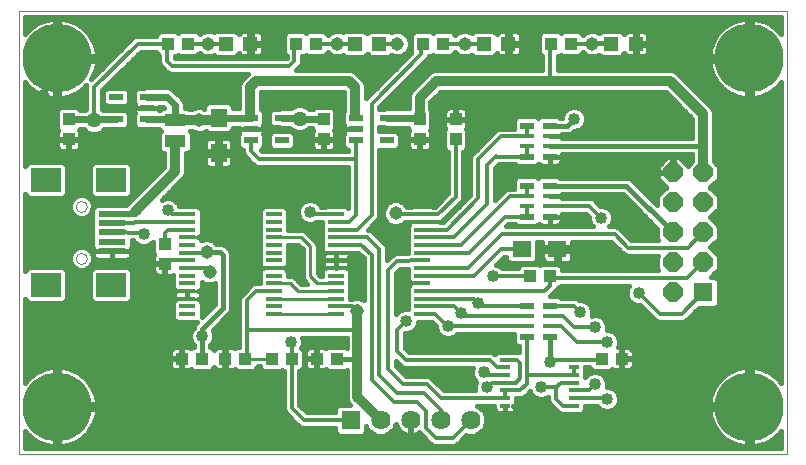
<source format=gtl>
G75*
G70*
%OFA0B0*%
%FSLAX24Y24*%
%IPPOS*%
%LPD*%
%AMOC8*
5,1,8,0,0,1.08239X$1,22.5*
%
%ADD10C,0.0000*%
%ADD11R,0.0394X0.0433*%
%ADD12R,0.0472X0.0472*%
%ADD13R,0.0433X0.0394*%
%ADD14R,0.0630X0.0551*%
%ADD15R,0.0701X0.0402*%
%ADD16R,0.0551X0.0630*%
%ADD17R,0.0354X0.0138*%
%ADD18C,0.2300*%
%ADD19R,0.0984X0.0787*%
%ADD20R,0.0906X0.0197*%
%ADD21R,0.0453X0.0173*%
%ADD22R,0.0453X0.0248*%
%ADD23R,0.0640X0.0640*%
%ADD24OC8,0.0640*%
%ADD25C,0.0640*%
%ADD26R,0.0550X0.0137*%
%ADD27R,0.0472X0.0217*%
%ADD28C,0.0160*%
%ADD29C,0.0120*%
%ADD30C,0.0100*%
%ADD31C,0.0450*%
%ADD32C,0.0400*%
%ADD33C,0.0500*%
%ADD34C,0.0320*%
%ADD35C,0.0200*%
%ADD36C,0.0240*%
D10*
X001431Y005322D02*
X027022Y005322D01*
X027022Y020085D01*
X001431Y020085D01*
X001431Y005322D01*
X003324Y011837D02*
X003326Y011863D01*
X003332Y011889D01*
X003342Y011914D01*
X003355Y011937D01*
X003371Y011957D01*
X003391Y011975D01*
X003413Y011990D01*
X003436Y012002D01*
X003462Y012010D01*
X003488Y012014D01*
X003514Y012014D01*
X003540Y012010D01*
X003566Y012002D01*
X003590Y011990D01*
X003611Y011975D01*
X003631Y011957D01*
X003647Y011937D01*
X003660Y011914D01*
X003670Y011889D01*
X003676Y011863D01*
X003678Y011837D01*
X003676Y011811D01*
X003670Y011785D01*
X003660Y011760D01*
X003647Y011737D01*
X003631Y011717D01*
X003611Y011699D01*
X003589Y011684D01*
X003566Y011672D01*
X003540Y011664D01*
X003514Y011660D01*
X003488Y011660D01*
X003462Y011664D01*
X003436Y011672D01*
X003412Y011684D01*
X003391Y011699D01*
X003371Y011717D01*
X003355Y011737D01*
X003342Y011760D01*
X003332Y011785D01*
X003326Y011811D01*
X003324Y011837D01*
X003324Y013570D02*
X003326Y013596D01*
X003332Y013622D01*
X003342Y013647D01*
X003355Y013670D01*
X003371Y013690D01*
X003391Y013708D01*
X003413Y013723D01*
X003436Y013735D01*
X003462Y013743D01*
X003488Y013747D01*
X003514Y013747D01*
X003540Y013743D01*
X003566Y013735D01*
X003590Y013723D01*
X003611Y013708D01*
X003631Y013690D01*
X003647Y013670D01*
X003660Y013647D01*
X003670Y013622D01*
X003676Y013596D01*
X003678Y013570D01*
X003676Y013544D01*
X003670Y013518D01*
X003660Y013493D01*
X003647Y013470D01*
X003631Y013450D01*
X003611Y013432D01*
X003589Y013417D01*
X003566Y013405D01*
X003540Y013397D01*
X003514Y013393D01*
X003488Y013393D01*
X003462Y013397D01*
X003436Y013405D01*
X003412Y013417D01*
X003391Y013432D01*
X003371Y013450D01*
X003355Y013470D01*
X003342Y013493D01*
X003332Y013518D01*
X003326Y013544D01*
X003324Y013570D01*
D11*
X006276Y012330D03*
X006276Y011661D03*
X009842Y008496D03*
X010511Y008496D03*
X018442Y011246D03*
X019111Y011246D03*
X015976Y015811D03*
X015976Y016480D03*
X014776Y016480D03*
X014776Y015811D03*
X011576Y015811D03*
X011576Y016480D03*
X011311Y018996D03*
X010642Y018996D03*
X007061Y018996D03*
X006392Y018996D03*
X003076Y016480D03*
X003076Y015811D03*
X014892Y018996D03*
X015561Y018996D03*
X019142Y018996D03*
X019811Y018996D03*
D12*
X021163Y018996D03*
X021990Y018996D03*
X017740Y018996D03*
X016913Y018996D03*
X013440Y018996D03*
X012613Y018996D03*
X009140Y018996D03*
X008313Y018996D03*
D13*
X008292Y008496D03*
X008961Y008496D03*
X007511Y008496D03*
X006842Y008496D03*
X011342Y008496D03*
X012011Y008496D03*
X020842Y008496D03*
X021511Y008496D03*
D14*
X019367Y012146D03*
X018186Y012146D03*
D15*
X006626Y015745D03*
X006626Y016446D03*
D16*
X008076Y016536D03*
X008076Y015355D03*
D17*
X017625Y008463D03*
X017625Y008207D03*
X017625Y007951D03*
X017625Y007696D03*
X017625Y007440D03*
X017625Y007184D03*
X017625Y006928D03*
X019928Y006928D03*
X019928Y007184D03*
X019928Y007440D03*
X019928Y007696D03*
X019928Y007951D03*
X019928Y008207D03*
X019928Y008463D03*
D18*
X025762Y006896D03*
X025762Y018511D03*
X002691Y018511D03*
X002691Y006896D03*
D19*
X002320Y010951D03*
X004486Y010951D03*
X004486Y014455D03*
X002320Y014455D03*
D20*
X004525Y013333D03*
X004525Y013018D03*
X004525Y012703D03*
X004525Y012389D03*
X004525Y012074D03*
D21*
X018343Y013588D03*
X018343Y013903D03*
X019110Y013903D03*
X019110Y013588D03*
X019110Y015588D03*
X019110Y015903D03*
X018343Y015903D03*
X018343Y015588D03*
X018343Y009903D03*
X018343Y009588D03*
X019110Y009588D03*
X019110Y009903D03*
D22*
X019110Y010255D03*
X018343Y010255D03*
X018343Y009236D03*
X019110Y009236D03*
X019110Y013236D03*
X018343Y013236D03*
X018343Y014255D03*
X019110Y014255D03*
X019110Y015236D03*
X018343Y015236D03*
X018343Y016255D03*
X019110Y016255D03*
D23*
X024226Y010703D03*
X012476Y006446D03*
D24*
X023226Y010703D03*
X023226Y011703D03*
X024226Y011703D03*
X024226Y012703D03*
X023226Y012703D03*
X023226Y013703D03*
X024226Y013703D03*
X024226Y014703D03*
X023226Y014703D03*
D25*
X016476Y006446D03*
X015476Y006446D03*
X014476Y006446D03*
X013476Y006446D03*
D26*
X014866Y009982D03*
X014866Y010238D03*
X014866Y010494D03*
X014866Y010750D03*
X014866Y011006D03*
X014866Y011262D03*
X014866Y011518D03*
X014866Y011774D03*
X014866Y012029D03*
X014866Y012285D03*
X014866Y012541D03*
X014866Y012797D03*
X014866Y013053D03*
X014866Y013309D03*
X011987Y013309D03*
X011987Y013053D03*
X011987Y012797D03*
X011987Y012541D03*
X011987Y012285D03*
X011987Y012029D03*
X011987Y011774D03*
X011987Y011518D03*
X011987Y011262D03*
X011987Y011006D03*
X011987Y010750D03*
X011987Y010494D03*
X011987Y010238D03*
X011987Y009982D03*
X009916Y009982D03*
X009916Y010238D03*
X009916Y010494D03*
X009916Y010750D03*
X009916Y011006D03*
X009916Y011262D03*
X009916Y011518D03*
X009916Y011774D03*
X009916Y012029D03*
X009916Y012285D03*
X009916Y012541D03*
X009916Y012797D03*
X009916Y013053D03*
X009916Y013309D03*
X007037Y013309D03*
X007037Y013053D03*
X007037Y012797D03*
X007037Y012541D03*
X007037Y012285D03*
X007037Y012029D03*
X007037Y011774D03*
X007037Y011518D03*
X007037Y011262D03*
X007037Y011006D03*
X007037Y010750D03*
X007037Y010494D03*
X007037Y010238D03*
X007037Y009982D03*
D27*
X009165Y015772D03*
X009165Y016146D03*
X009165Y016520D03*
X010188Y016520D03*
X010188Y015772D03*
X012665Y015772D03*
X012665Y016146D03*
X012665Y016520D03*
X013688Y016520D03*
X013688Y015772D03*
X005688Y016472D03*
X005688Y016846D03*
X005688Y017220D03*
X004665Y017220D03*
X004665Y016472D03*
D28*
X004757Y016163D02*
X004984Y016163D01*
X005101Y016280D01*
X005101Y016663D01*
X004984Y016780D01*
X004757Y016780D01*
X004728Y016792D01*
X004217Y016792D01*
X004186Y016822D01*
X004186Y017438D01*
X005484Y018736D01*
X005995Y018736D01*
X005995Y018696D01*
X006092Y018599D01*
X006092Y018471D01*
X006092Y018368D01*
X006132Y018272D01*
X006306Y018098D01*
X006379Y018025D01*
X006475Y017986D01*
X009057Y017986D01*
X009021Y017949D01*
X008821Y017749D01*
X008766Y017617D01*
X008766Y017474D01*
X008766Y016840D01*
X008552Y016840D01*
X008552Y016934D01*
X008435Y017051D01*
X007718Y017051D01*
X007601Y016934D01*
X007601Y016833D01*
X007511Y016871D01*
X007342Y016871D01*
X007186Y016806D01*
X007100Y016806D01*
X007060Y016847D01*
X006946Y016847D01*
X006946Y017009D01*
X006898Y017127D01*
X006808Y017217D01*
X006624Y017401D01*
X006534Y017491D01*
X006416Y017540D01*
X005625Y017540D01*
X005596Y017528D01*
X005369Y017528D01*
X005252Y017411D01*
X005252Y017028D01*
X005279Y017002D01*
X005272Y016978D01*
X005272Y016846D01*
X005688Y016846D01*
X005688Y016845D01*
X005272Y016845D01*
X005272Y016714D01*
X005279Y016689D01*
X005252Y016663D01*
X005252Y016280D01*
X005369Y016163D01*
X005596Y016163D01*
X005625Y016152D01*
X006087Y016152D01*
X006143Y016096D01*
X006076Y016029D01*
X006076Y015462D01*
X006193Y015344D01*
X006266Y015344D01*
X006266Y014895D01*
X005004Y013632D01*
X004663Y013632D01*
X004469Y013634D01*
X004463Y013632D01*
X003989Y013632D01*
X003879Y013521D01*
X003879Y013645D01*
X003821Y013783D01*
X003715Y013889D01*
X003576Y013947D01*
X003426Y013947D01*
X003288Y013889D01*
X003182Y013783D01*
X003124Y013645D01*
X003124Y013495D01*
X003182Y013356D01*
X003288Y013250D01*
X003426Y013192D01*
X003576Y013192D01*
X003715Y013250D01*
X003821Y013356D01*
X003872Y013480D01*
X003872Y013152D01*
X003872Y012837D01*
X003872Y012570D01*
X003872Y012207D01*
X003892Y012187D01*
X003892Y012074D01*
X004525Y012074D01*
X004525Y012073D01*
X004525Y012073D01*
X004525Y011795D01*
X004049Y011795D01*
X004003Y011807D01*
X003962Y011831D01*
X003928Y011865D01*
X003905Y011906D01*
X003892Y011951D01*
X003892Y012073D01*
X004525Y012073D01*
X004525Y011795D01*
X005002Y011795D01*
X005047Y011807D01*
X005088Y011831D01*
X005122Y011865D01*
X005146Y011906D01*
X005158Y011951D01*
X005158Y012073D01*
X004525Y012073D01*
X004525Y012074D01*
X005158Y012074D01*
X005158Y012187D01*
X005178Y012207D01*
X005178Y012438D01*
X005230Y012438D01*
X005237Y012419D01*
X005350Y012306D01*
X005497Y012246D01*
X005656Y012246D01*
X005803Y012306D01*
X005880Y012383D01*
X005880Y012031D01*
X005931Y011980D01*
X005912Y011947D01*
X005900Y011901D01*
X005900Y011679D01*
X006258Y011679D01*
X006258Y011642D01*
X006295Y011642D01*
X006295Y011264D01*
X006497Y011264D01*
X006543Y011277D01*
X006562Y011288D01*
X006562Y011110D01*
X006562Y010854D01*
X006582Y010834D01*
X006582Y010750D01*
X006666Y010750D01*
X006667Y010750D01*
X006582Y010750D01*
X006582Y010658D01*
X006592Y010622D01*
X006582Y010586D01*
X006582Y010494D01*
X006667Y010494D01*
X006666Y010494D01*
X006582Y010494D01*
X006582Y010409D01*
X006562Y010389D01*
X006562Y010087D01*
X006562Y009831D01*
X006679Y009714D01*
X007349Y009714D01*
X007289Y009654D01*
X007246Y009551D01*
X007246Y009531D01*
X007187Y009472D01*
X007126Y009325D01*
X007126Y009166D01*
X007187Y009019D01*
X007246Y008960D01*
X007246Y008892D01*
X007212Y008892D01*
X007161Y008841D01*
X007128Y008860D01*
X007082Y008872D01*
X006860Y008872D01*
X006860Y008514D01*
X006823Y008514D01*
X006823Y008477D01*
X006445Y008477D01*
X006445Y008275D01*
X006458Y008229D01*
X006481Y008188D01*
X006515Y008155D01*
X006556Y008131D01*
X006602Y008119D01*
X006823Y008119D01*
X006823Y008477D01*
X006860Y008477D01*
X006860Y008119D01*
X007082Y008119D01*
X007128Y008131D01*
X007161Y008150D01*
X007212Y008099D01*
X007810Y008099D01*
X007920Y008208D01*
X007931Y008188D01*
X007965Y008155D01*
X008006Y008131D01*
X008052Y008119D01*
X008273Y008119D01*
X008273Y008477D01*
X008310Y008477D01*
X008310Y008119D01*
X008532Y008119D01*
X008578Y008131D01*
X008611Y008150D01*
X008662Y008099D01*
X009260Y008099D01*
X009378Y008216D01*
X009378Y008246D01*
X009445Y008246D01*
X009445Y008196D01*
X009562Y008079D01*
X010121Y008079D01*
X010176Y008134D01*
X010231Y008079D01*
X010251Y008079D01*
X010251Y006913D01*
X010251Y006809D01*
X010291Y006714D01*
X010706Y006298D01*
X010779Y006225D01*
X010875Y006186D01*
X011956Y006186D01*
X011956Y006043D01*
X012074Y005926D01*
X012879Y005926D01*
X012996Y006043D01*
X012996Y006246D01*
X013036Y006151D01*
X013182Y006005D01*
X013373Y005926D01*
X013580Y005926D01*
X013771Y006005D01*
X013917Y006151D01*
X013990Y006326D01*
X014013Y006254D01*
X014049Y006184D01*
X014095Y006120D01*
X014151Y006064D01*
X014214Y006018D01*
X014284Y005982D01*
X014359Y005958D01*
X014437Y005946D01*
X014456Y005946D01*
X014456Y006425D01*
X014496Y006425D01*
X014496Y005946D01*
X014516Y005946D01*
X014594Y005958D01*
X014668Y005982D01*
X014739Y006018D01*
X014766Y006038D01*
X014829Y005975D01*
X015106Y005698D01*
X015179Y005625D01*
X015275Y005586D01*
X015825Y005586D01*
X015928Y005586D01*
X016024Y005625D01*
X016338Y005940D01*
X016373Y005926D01*
X016580Y005926D01*
X016771Y006005D01*
X016917Y006151D01*
X016996Y006342D01*
X016996Y006549D01*
X016917Y006740D01*
X016771Y006886D01*
X016681Y006924D01*
X017268Y006924D01*
X017268Y006835D01*
X017280Y006789D01*
X017304Y006748D01*
X017337Y006715D01*
X017378Y006691D01*
X017424Y006679D01*
X017625Y006679D01*
X017826Y006679D01*
X017871Y006691D01*
X017913Y006715D01*
X017946Y006748D01*
X017970Y006789D01*
X017982Y006835D01*
X017982Y006928D01*
X017982Y007012D01*
X018002Y007032D01*
X018002Y007186D01*
X018178Y007186D01*
X018274Y007225D01*
X018347Y007298D01*
X018452Y007404D01*
X018487Y007319D01*
X018600Y007206D01*
X018747Y007146D01*
X018906Y007146D01*
X019053Y007206D01*
X019066Y007220D01*
X019066Y007094D01*
X019106Y006998D01*
X019179Y006925D01*
X019397Y006707D01*
X019492Y006668D01*
X019596Y006668D01*
X019659Y006668D01*
X019668Y006659D01*
X020188Y006659D01*
X020305Y006776D01*
X020305Y006924D01*
X020685Y006924D01*
X020687Y006919D01*
X020800Y006806D01*
X020947Y006746D01*
X021106Y006746D01*
X021253Y006806D01*
X021366Y006919D01*
X021426Y007066D01*
X021426Y007225D01*
X021366Y007372D01*
X021253Y007485D01*
X021106Y007546D01*
X021018Y007546D01*
X021026Y007566D01*
X021026Y007725D01*
X020966Y007872D01*
X020853Y007985D01*
X020706Y008046D01*
X020547Y008046D01*
X020400Y007985D01*
X020305Y007890D01*
X020305Y008056D01*
X020305Y008203D01*
X020438Y008203D01*
X020542Y008099D01*
X021141Y008099D01*
X021192Y008150D01*
X021225Y008131D01*
X021271Y008119D01*
X021493Y008119D01*
X021493Y008477D01*
X021530Y008477D01*
X021530Y008514D01*
X021908Y008514D01*
X021908Y008716D01*
X021895Y008762D01*
X021872Y008803D01*
X021838Y008836D01*
X021797Y008860D01*
X021751Y008872D01*
X021530Y008872D01*
X021530Y008514D01*
X021493Y008514D01*
X021493Y008872D01*
X021388Y008872D01*
X021426Y008966D01*
X021426Y009125D01*
X021366Y009272D01*
X021253Y009385D01*
X021106Y009446D01*
X021018Y009446D01*
X021026Y009466D01*
X021026Y009625D01*
X020966Y009772D01*
X020853Y009885D01*
X020706Y009946D01*
X020547Y009946D01*
X020512Y009931D01*
X020526Y009966D01*
X020526Y010125D01*
X020466Y010272D01*
X020353Y010385D01*
X020206Y010446D01*
X020094Y010446D01*
X020064Y010476D01*
X019968Y010515D01*
X019865Y010515D01*
X019484Y010515D01*
X019420Y010579D01*
X019128Y010579D01*
X019331Y010783D01*
X019351Y010829D01*
X019391Y010829D01*
X019497Y010936D01*
X021751Y010936D01*
X021737Y010922D01*
X021676Y010775D01*
X021676Y010616D01*
X021737Y010469D01*
X021850Y010356D01*
X021997Y010296D01*
X022109Y010296D01*
X022629Y009775D01*
X022725Y009736D01*
X022828Y009736D01*
X023476Y009736D01*
X023476Y009735D01*
X023528Y009736D01*
X023578Y009736D01*
X023579Y009736D01*
X023580Y009736D01*
X023629Y009757D01*
X023674Y009775D01*
X023674Y009776D01*
X023675Y009776D01*
X023713Y009815D01*
X023747Y009848D01*
X023747Y009849D01*
X024078Y010183D01*
X024629Y010183D01*
X024746Y010301D01*
X024746Y011106D01*
X024629Y011223D01*
X024482Y011223D01*
X024746Y011488D01*
X024746Y011919D01*
X024462Y012203D01*
X024746Y012488D01*
X024746Y012919D01*
X024462Y013203D01*
X024746Y013488D01*
X024746Y013919D01*
X024462Y014203D01*
X024746Y014488D01*
X024746Y014919D01*
X024586Y015079D01*
X024586Y015717D01*
X024586Y016717D01*
X024532Y016849D01*
X024430Y016951D01*
X023330Y018051D01*
X023198Y018106D01*
X023055Y018106D01*
X019386Y018106D01*
X019386Y018579D01*
X019421Y018579D01*
X019476Y018634D01*
X019531Y018579D01*
X020091Y018579D01*
X020208Y018696D01*
X020208Y018713D01*
X020286Y018635D01*
X020442Y018571D01*
X020611Y018571D01*
X020767Y018635D01*
X020768Y018636D01*
X020844Y018559D01*
X021482Y018559D01*
X021596Y018673D01*
X021610Y018649D01*
X021643Y018615D01*
X021684Y018592D01*
X021730Y018579D01*
X021952Y018579D01*
X021952Y018957D01*
X022028Y018957D01*
X022028Y018579D01*
X022250Y018579D01*
X022296Y018592D01*
X022337Y018615D01*
X022370Y018649D01*
X022394Y018690D01*
X022406Y018736D01*
X022406Y018957D01*
X022028Y018957D01*
X022028Y019034D01*
X021952Y019034D01*
X021952Y019412D01*
X021730Y019412D01*
X021684Y019399D01*
X021643Y019376D01*
X021610Y019342D01*
X021596Y019318D01*
X021482Y019432D01*
X020844Y019432D01*
X020768Y019355D01*
X020767Y019356D01*
X020611Y019421D01*
X020442Y019421D01*
X020286Y019356D01*
X020208Y019278D01*
X020208Y019295D01*
X020091Y019412D01*
X019531Y019412D01*
X019476Y019357D01*
X019421Y019412D01*
X018862Y019412D01*
X018745Y019295D01*
X018745Y018696D01*
X018862Y018579D01*
X018866Y018579D01*
X018866Y018106D01*
X015398Y018106D01*
X015255Y018106D01*
X015123Y018051D01*
X014471Y017399D01*
X014416Y017267D01*
X014416Y017124D01*
X014416Y016840D01*
X013625Y016840D01*
X013596Y016828D01*
X013436Y016828D01*
X013436Y016888D01*
X014974Y018425D01*
X015047Y018498D01*
X015080Y018579D01*
X015171Y018579D01*
X015226Y018634D01*
X015281Y018579D01*
X015841Y018579D01*
X015958Y018696D01*
X015958Y018713D01*
X016036Y018635D01*
X016192Y018571D01*
X016361Y018571D01*
X016517Y018635D01*
X016518Y018636D01*
X016594Y018559D01*
X017232Y018559D01*
X017346Y018673D01*
X017360Y018649D01*
X017393Y018615D01*
X017434Y018592D01*
X017480Y018579D01*
X017702Y018579D01*
X017702Y018957D01*
X017778Y018957D01*
X017778Y018579D01*
X018000Y018579D01*
X018046Y018592D01*
X018087Y018615D01*
X018120Y018649D01*
X018144Y018690D01*
X018156Y018736D01*
X018156Y018957D01*
X017778Y018957D01*
X017778Y019034D01*
X017702Y019034D01*
X017702Y019412D01*
X017480Y019412D01*
X017434Y019399D01*
X017393Y019376D01*
X017360Y019342D01*
X017346Y019318D01*
X017232Y019432D01*
X016594Y019432D01*
X016518Y019355D01*
X016517Y019356D01*
X016361Y019421D01*
X016192Y019421D01*
X016036Y019356D01*
X015958Y019278D01*
X015958Y019295D01*
X015841Y019412D01*
X015281Y019412D01*
X015226Y019357D01*
X015171Y019412D01*
X014612Y019412D01*
X014495Y019295D01*
X014495Y018915D01*
X014494Y018913D01*
X014495Y018897D01*
X014495Y018696D01*
X014502Y018689D01*
X012986Y017173D01*
X012986Y017474D01*
X012986Y017617D01*
X012932Y017749D01*
X012732Y017949D01*
X012630Y018051D01*
X012498Y018106D01*
X010654Y018106D01*
X010823Y018274D01*
X010862Y018370D01*
X010862Y018473D01*
X010862Y018579D01*
X010921Y018579D01*
X010976Y018634D01*
X011031Y018579D01*
X011591Y018579D01*
X011708Y018696D01*
X011708Y018713D01*
X011786Y018635D01*
X011942Y018571D01*
X012111Y018571D01*
X012232Y018621D01*
X012294Y018559D01*
X012932Y018559D01*
X013026Y018654D01*
X013121Y018559D01*
X013759Y018559D01*
X013820Y018621D01*
X013942Y018571D01*
X014111Y018571D01*
X014267Y018635D01*
X014387Y018755D01*
X014451Y018911D01*
X014451Y019080D01*
X014387Y019236D01*
X014267Y019356D01*
X014111Y019421D01*
X013942Y019421D01*
X013820Y019370D01*
X013759Y019432D01*
X013121Y019432D01*
X013026Y019337D01*
X012932Y019432D01*
X012294Y019432D01*
X012232Y019370D01*
X012111Y019421D01*
X011942Y019421D01*
X011786Y019356D01*
X011708Y019278D01*
X011708Y019295D01*
X011591Y019412D01*
X011031Y019412D01*
X010976Y019357D01*
X010921Y019412D01*
X010362Y019412D01*
X010245Y019295D01*
X010245Y018696D01*
X010342Y018599D01*
X010342Y018529D01*
X010319Y018506D01*
X006634Y018506D01*
X006612Y018527D01*
X006612Y018579D01*
X006671Y018579D01*
X006726Y018634D01*
X006781Y018579D01*
X007341Y018579D01*
X007441Y018680D01*
X007486Y018635D01*
X007642Y018571D01*
X007811Y018571D01*
X007932Y018621D01*
X007994Y018559D01*
X008632Y018559D01*
X008746Y018673D01*
X008760Y018649D01*
X008793Y018615D01*
X008834Y018592D01*
X008880Y018579D01*
X009102Y018579D01*
X009102Y018957D01*
X009178Y018957D01*
X009178Y018579D01*
X009400Y018579D01*
X009446Y018592D01*
X009487Y018615D01*
X009520Y018649D01*
X009544Y018690D01*
X009556Y018736D01*
X009556Y018957D01*
X009178Y018957D01*
X009178Y019034D01*
X009102Y019034D01*
X009102Y019412D01*
X008880Y019412D01*
X008834Y019399D01*
X008793Y019376D01*
X008760Y019342D01*
X008746Y019318D01*
X008632Y019432D01*
X007994Y019432D01*
X007932Y019370D01*
X007811Y019421D01*
X007642Y019421D01*
X007486Y019356D01*
X007441Y019311D01*
X007341Y019412D01*
X006781Y019412D01*
X006726Y019357D01*
X006671Y019412D01*
X006112Y019412D01*
X005995Y019295D01*
X005995Y019256D01*
X005428Y019256D01*
X005325Y019256D01*
X005229Y019216D01*
X003821Y017808D01*
X003833Y017826D01*
X003895Y017941D01*
X003945Y018062D01*
X003983Y018187D01*
X004008Y018315D01*
X004020Y018431D01*
X002771Y018431D01*
X002771Y018590D01*
X004020Y018590D01*
X004008Y018706D01*
X003983Y018834D01*
X003945Y018959D01*
X003895Y019080D01*
X003833Y019195D01*
X003761Y019304D01*
X003678Y019405D01*
X003585Y019497D01*
X003484Y019580D01*
X003376Y019653D01*
X003260Y019714D01*
X003140Y019764D01*
X003015Y019802D01*
X002886Y019828D01*
X002771Y019839D01*
X002771Y018591D01*
X002611Y018591D01*
X002611Y019839D01*
X002496Y019828D01*
X002367Y019802D01*
X002242Y019764D01*
X002122Y019714D01*
X002006Y019653D01*
X001898Y019580D01*
X001797Y019497D01*
X001704Y019405D01*
X001631Y019316D01*
X001631Y019885D01*
X026822Y019885D01*
X026822Y019316D01*
X026749Y019405D01*
X026656Y019497D01*
X026555Y019580D01*
X026446Y019653D01*
X026331Y019714D01*
X026210Y019764D01*
X026085Y019802D01*
X025957Y019828D01*
X025842Y019839D01*
X025842Y018591D01*
X025682Y018591D01*
X025682Y019839D01*
X025566Y019828D01*
X025438Y019802D01*
X025313Y019764D01*
X025193Y019714D01*
X025077Y019653D01*
X024969Y019580D01*
X024868Y019497D01*
X024775Y019405D01*
X024692Y019304D01*
X024620Y019195D01*
X024558Y019080D01*
X024508Y018959D01*
X024470Y018834D01*
X024445Y018706D01*
X024433Y018590D01*
X025682Y018590D01*
X025682Y018431D01*
X024433Y018431D01*
X024445Y018315D01*
X024470Y018187D01*
X024508Y018062D01*
X024558Y017941D01*
X024620Y017826D01*
X024692Y017717D01*
X024775Y017616D01*
X024868Y017524D01*
X024969Y017441D01*
X025077Y017368D01*
X025193Y017307D01*
X025313Y017257D01*
X025438Y017219D01*
X025566Y017193D01*
X025682Y017182D01*
X025682Y018430D01*
X025842Y018430D01*
X025842Y017182D01*
X025957Y017193D01*
X026085Y017219D01*
X026210Y017257D01*
X026331Y017307D01*
X026446Y017368D01*
X026555Y017441D01*
X026656Y017524D01*
X026749Y017616D01*
X026822Y017706D01*
X026822Y007701D01*
X026749Y007791D01*
X026656Y007883D01*
X026555Y007966D01*
X026446Y008039D01*
X026331Y008100D01*
X026210Y008150D01*
X026085Y008188D01*
X025957Y008214D01*
X025842Y008225D01*
X025842Y006977D01*
X025682Y006977D01*
X025682Y008225D01*
X025566Y008214D01*
X025438Y008188D01*
X025313Y008150D01*
X025193Y008100D01*
X025077Y008039D01*
X024969Y007966D01*
X024868Y007883D01*
X024775Y007791D01*
X024692Y007690D01*
X024620Y007581D01*
X024558Y007466D01*
X024508Y007345D01*
X024470Y007220D01*
X024445Y007092D01*
X024433Y006976D01*
X025682Y006976D01*
X025682Y006816D01*
X025842Y006816D01*
X025842Y005568D01*
X025957Y005579D01*
X026085Y005605D01*
X026210Y005643D01*
X026331Y005693D01*
X026446Y005754D01*
X026555Y005827D01*
X026656Y005910D01*
X026749Y006002D01*
X026822Y006091D01*
X026822Y005522D01*
X001631Y005522D01*
X001631Y006091D01*
X001704Y006002D01*
X001797Y005910D01*
X001898Y005827D01*
X002006Y005754D01*
X002122Y005693D01*
X002242Y005643D01*
X002367Y005605D01*
X002496Y005579D01*
X002611Y005568D01*
X002611Y006816D01*
X002771Y006816D01*
X002771Y005568D01*
X002886Y005579D01*
X003015Y005605D01*
X003140Y005643D01*
X003260Y005693D01*
X003376Y005754D01*
X003484Y005827D01*
X003585Y005910D01*
X003678Y006002D01*
X003761Y006103D01*
X003833Y006212D01*
X003895Y006327D01*
X003945Y006448D01*
X003983Y006573D01*
X004008Y006701D01*
X004020Y006816D01*
X002771Y006816D01*
X002771Y006976D01*
X004020Y006976D01*
X004008Y007092D01*
X003983Y007220D01*
X003945Y007345D01*
X003895Y007466D01*
X003833Y007581D01*
X003761Y007690D01*
X003678Y007791D01*
X003585Y007883D01*
X003484Y007966D01*
X003376Y008039D01*
X003260Y008100D01*
X003140Y008150D01*
X003015Y008188D01*
X002886Y008214D01*
X002771Y008225D01*
X002771Y006977D01*
X002611Y006977D01*
X002611Y008225D01*
X002496Y008214D01*
X002367Y008188D01*
X002242Y008150D01*
X002122Y008100D01*
X002006Y008039D01*
X001898Y007966D01*
X001797Y007883D01*
X001704Y007791D01*
X001631Y007701D01*
X001631Y010472D01*
X001745Y010358D01*
X002895Y010358D01*
X003012Y010475D01*
X003012Y011428D01*
X002895Y011545D01*
X001745Y011545D01*
X001631Y011431D01*
X001631Y013976D01*
X001745Y013862D01*
X002895Y013862D01*
X003012Y013979D01*
X003012Y014932D01*
X002895Y015049D01*
X001745Y015049D01*
X001631Y014935D01*
X001631Y017706D01*
X001704Y017616D01*
X001797Y017524D01*
X001898Y017441D01*
X002006Y017368D01*
X002122Y017307D01*
X002242Y017257D01*
X002367Y017219D01*
X002496Y017193D01*
X002611Y017182D01*
X002611Y018430D01*
X002771Y018430D01*
X002771Y017182D01*
X002886Y017193D01*
X003015Y017219D01*
X003140Y017257D01*
X003260Y017307D01*
X003376Y017368D01*
X003484Y017441D01*
X003585Y017524D01*
X003672Y017611D01*
X003666Y017597D01*
X003666Y016822D01*
X003636Y016792D01*
X003461Y016792D01*
X003356Y016897D01*
X002797Y016897D01*
X002680Y016780D01*
X002680Y016181D01*
X002731Y016130D01*
X002712Y016097D01*
X002700Y016051D01*
X002700Y015829D01*
X003058Y015829D01*
X003058Y015792D01*
X003095Y015792D01*
X003095Y015414D01*
X003297Y015414D01*
X003343Y015427D01*
X003384Y015450D01*
X003417Y015484D01*
X003441Y015525D01*
X003453Y015571D01*
X003453Y015792D01*
X003095Y015792D01*
X003095Y015829D01*
X003453Y015829D01*
X003453Y016051D01*
X003441Y016097D01*
X003422Y016130D01*
X003444Y016152D01*
X003584Y016152D01*
X003672Y016064D01*
X003837Y015996D01*
X004016Y015996D01*
X004181Y016064D01*
X004269Y016152D01*
X004728Y016152D01*
X004757Y016163D01*
X005081Y016261D02*
X005271Y016261D01*
X005252Y016420D02*
X005101Y016420D01*
X005101Y016578D02*
X005252Y016578D01*
X005272Y016737D02*
X005027Y016737D01*
X004984Y016911D02*
X005101Y017028D01*
X005101Y017411D01*
X004984Y017528D01*
X004346Y017528D01*
X004228Y017411D01*
X004228Y017028D01*
X004346Y016911D01*
X004984Y016911D01*
X005101Y017054D02*
X005252Y017054D01*
X005252Y017212D02*
X005101Y017212D01*
X005101Y017371D02*
X005252Y017371D01*
X005600Y017529D02*
X004278Y017529D01*
X004228Y017371D02*
X004186Y017371D01*
X004186Y017212D02*
X004228Y017212D01*
X004228Y017054D02*
X004186Y017054D01*
X004186Y016895D02*
X005272Y016895D01*
X005689Y016846D02*
X006104Y016846D01*
X006104Y016900D01*
X006220Y016900D01*
X006273Y016847D01*
X006193Y016847D01*
X006138Y016792D01*
X006104Y016792D01*
X006104Y016845D01*
X005689Y016845D01*
X005689Y016846D01*
X006104Y016895D02*
X006224Y016895D01*
X006928Y017054D02*
X008766Y017054D01*
X008766Y017212D02*
X006812Y017212D01*
X006654Y017371D02*
X008766Y017371D01*
X008766Y017529D02*
X006441Y017529D01*
X006624Y017401D02*
X006624Y017401D01*
X006946Y016895D02*
X007601Y016895D01*
X008552Y016895D02*
X008766Y016895D01*
X009486Y016895D02*
X010565Y016895D01*
X010522Y016877D02*
X010484Y016840D01*
X010125Y016840D01*
X010096Y016828D01*
X009869Y016828D01*
X009752Y016711D01*
X009752Y016328D01*
X009869Y016211D01*
X010096Y016211D01*
X010125Y016200D01*
X010436Y016200D01*
X010522Y016114D01*
X010687Y016046D01*
X010866Y016046D01*
X011031Y016114D01*
X011093Y016176D01*
X011185Y016176D01*
X011231Y016130D01*
X011212Y016097D01*
X011200Y016051D01*
X011200Y015829D01*
X011558Y015829D01*
X011558Y015792D01*
X011595Y015792D01*
X011595Y015414D01*
X011797Y015414D01*
X011843Y015427D01*
X011884Y015450D01*
X011917Y015484D01*
X011941Y015525D01*
X011953Y015571D01*
X011953Y015792D01*
X011595Y015792D01*
X011595Y015829D01*
X011953Y015829D01*
X011953Y016051D01*
X011941Y016097D01*
X011922Y016130D01*
X011973Y016181D01*
X011973Y016780D01*
X011856Y016897D01*
X011297Y016897D01*
X011216Y016816D01*
X011093Y016816D01*
X011031Y016877D01*
X010866Y016946D01*
X010687Y016946D01*
X010522Y016877D01*
X010987Y016895D02*
X011295Y016895D01*
X011858Y016895D02*
X012266Y016895D01*
X012266Y016749D02*
X012228Y016711D01*
X012228Y016328D01*
X012255Y016302D01*
X012248Y016278D01*
X012248Y016146D01*
X012664Y016146D01*
X012664Y016145D01*
X012248Y016145D01*
X012248Y016014D01*
X012255Y015989D01*
X012228Y015963D01*
X012228Y015580D01*
X012346Y015463D01*
X012405Y015463D01*
X012405Y015406D01*
X009534Y015406D01*
X009476Y015463D01*
X009484Y015463D01*
X009601Y015580D01*
X009601Y015963D01*
X009574Y015989D01*
X009581Y016014D01*
X009581Y016145D01*
X009165Y016145D01*
X009165Y016146D01*
X009581Y016146D01*
X009581Y016278D01*
X009574Y016302D01*
X009601Y016328D01*
X009601Y016711D01*
X009486Y016825D01*
X009486Y017386D01*
X012266Y017386D01*
X012266Y016749D01*
X012254Y016737D02*
X011973Y016737D01*
X011973Y016578D02*
X012228Y016578D01*
X012228Y016420D02*
X011973Y016420D01*
X011973Y016261D02*
X012248Y016261D01*
X012248Y016103D02*
X011938Y016103D01*
X011953Y015944D02*
X012228Y015944D01*
X012228Y015785D02*
X011953Y015785D01*
X011953Y015627D02*
X012228Y015627D01*
X012341Y015468D02*
X011902Y015468D01*
X011595Y015468D02*
X011558Y015468D01*
X011558Y015414D02*
X011558Y015792D01*
X011200Y015792D01*
X011200Y015571D01*
X011212Y015525D01*
X011236Y015484D01*
X011269Y015450D01*
X011310Y015427D01*
X011356Y015414D01*
X011558Y015414D01*
X011558Y015627D02*
X011595Y015627D01*
X011595Y015785D02*
X011558Y015785D01*
X011200Y015785D02*
X010624Y015785D01*
X010624Y015627D02*
X011200Y015627D01*
X011251Y015468D02*
X010512Y015468D01*
X010507Y015463D02*
X010624Y015580D01*
X010624Y015963D01*
X010507Y016080D01*
X009869Y016080D01*
X009752Y015963D01*
X009752Y015580D01*
X009869Y015463D01*
X010507Y015463D01*
X009864Y015468D02*
X009489Y015468D01*
X009601Y015627D02*
X009752Y015627D01*
X009752Y015785D02*
X009601Y015785D01*
X009601Y015944D02*
X009752Y015944D01*
X009581Y016103D02*
X010549Y016103D01*
X010624Y015944D02*
X011200Y015944D01*
X011215Y016103D02*
X011003Y016103D01*
X009819Y016261D02*
X009581Y016261D01*
X009601Y016420D02*
X009752Y016420D01*
X009752Y016578D02*
X009601Y016578D01*
X009575Y016737D02*
X009778Y016737D01*
X009486Y017054D02*
X012266Y017054D01*
X012266Y017212D02*
X009486Y017212D01*
X009486Y017371D02*
X012266Y017371D01*
X012986Y017371D02*
X013184Y017371D01*
X013343Y017529D02*
X012986Y017529D01*
X012957Y017688D02*
X013501Y017688D01*
X013660Y017846D02*
X012835Y017846D01*
X012676Y018005D02*
X013818Y018005D01*
X013977Y018164D02*
X010712Y018164D01*
X010843Y018322D02*
X014135Y018322D01*
X014294Y018481D02*
X010862Y018481D01*
X010302Y018639D02*
X009510Y018639D01*
X009556Y018798D02*
X010245Y018798D01*
X010245Y018956D02*
X009556Y018956D01*
X009556Y019034D02*
X009178Y019034D01*
X009178Y019412D01*
X009400Y019412D01*
X009446Y019399D01*
X009487Y019376D01*
X009520Y019342D01*
X009544Y019301D01*
X009556Y019256D01*
X009556Y019034D01*
X009556Y019115D02*
X010245Y019115D01*
X010245Y019273D02*
X009551Y019273D01*
X009178Y019273D02*
X009102Y019273D01*
X009102Y019115D02*
X009178Y019115D01*
X009178Y018956D02*
X009102Y018956D01*
X009102Y018798D02*
X009178Y018798D01*
X009178Y018639D02*
X009102Y018639D01*
X008769Y018639D02*
X008712Y018639D01*
X007482Y018639D02*
X007401Y018639D01*
X007061Y018996D02*
X007026Y018996D01*
X006052Y018639D02*
X005388Y018639D01*
X005229Y018481D02*
X006092Y018481D01*
X006111Y018322D02*
X005071Y018322D01*
X004912Y018164D02*
X006241Y018164D01*
X006428Y018005D02*
X004754Y018005D01*
X004595Y017846D02*
X008918Y017846D01*
X008796Y017688D02*
X004436Y017688D01*
X004018Y018005D02*
X003921Y018005D01*
X003976Y018164D02*
X004177Y018164D01*
X004335Y018322D02*
X004009Y018322D01*
X004015Y018639D02*
X004652Y018639D01*
X004494Y018481D02*
X002771Y018481D01*
X002771Y018639D02*
X002611Y018639D01*
X002611Y018798D02*
X002771Y018798D01*
X002771Y018956D02*
X002611Y018956D01*
X002611Y019115D02*
X002771Y019115D01*
X002771Y019273D02*
X002611Y019273D01*
X002611Y019432D02*
X002771Y019432D01*
X002771Y019590D02*
X002611Y019590D01*
X002611Y019749D02*
X002771Y019749D01*
X003176Y019749D02*
X025276Y019749D01*
X024984Y019590D02*
X003469Y019590D01*
X003650Y019432D02*
X024802Y019432D01*
X024672Y019273D02*
X022401Y019273D01*
X022406Y019256D02*
X022394Y019301D01*
X022370Y019342D01*
X022337Y019376D01*
X022296Y019399D01*
X022250Y019412D01*
X022028Y019412D01*
X022028Y019034D01*
X022406Y019034D01*
X022406Y019256D01*
X022406Y019115D02*
X024577Y019115D01*
X024507Y018956D02*
X022406Y018956D01*
X022406Y018798D02*
X024463Y018798D01*
X024438Y018639D02*
X022360Y018639D01*
X022028Y018639D02*
X021952Y018639D01*
X021952Y018798D02*
X022028Y018798D01*
X022028Y018956D02*
X021952Y018956D01*
X021952Y019115D02*
X022028Y019115D01*
X022028Y019273D02*
X021952Y019273D01*
X021163Y018996D02*
X021152Y019006D01*
X021562Y018639D02*
X021619Y018639D01*
X020282Y018639D02*
X020151Y018639D01*
X019386Y018481D02*
X025682Y018481D01*
X025682Y018639D02*
X025842Y018639D01*
X025842Y018798D02*
X025682Y018798D01*
X025682Y018956D02*
X025842Y018956D01*
X025842Y019115D02*
X025682Y019115D01*
X025682Y019273D02*
X025842Y019273D01*
X025842Y019432D02*
X025682Y019432D01*
X025682Y019590D02*
X025842Y019590D01*
X025842Y019749D02*
X025682Y019749D01*
X026247Y019749D02*
X026822Y019749D01*
X026822Y019590D02*
X026540Y019590D01*
X026721Y019432D02*
X026822Y019432D01*
X025842Y018322D02*
X025682Y018322D01*
X025682Y018164D02*
X025842Y018164D01*
X025842Y018005D02*
X025682Y018005D01*
X025682Y017846D02*
X025842Y017846D01*
X025842Y017688D02*
X025682Y017688D01*
X025682Y017529D02*
X025842Y017529D01*
X025842Y017371D02*
X025682Y017371D01*
X025682Y017212D02*
X025842Y017212D01*
X026053Y017212D02*
X026822Y017212D01*
X026822Y017054D02*
X024327Y017054D01*
X024169Y017212D02*
X025471Y017212D01*
X025074Y017371D02*
X024010Y017371D01*
X023852Y017529D02*
X024862Y017529D01*
X024716Y017688D02*
X023693Y017688D01*
X023535Y017846D02*
X024609Y017846D01*
X024532Y018005D02*
X023376Y018005D01*
X024477Y018164D02*
X019386Y018164D01*
X019386Y018322D02*
X024444Y018322D01*
X023151Y017212D02*
X015302Y017212D01*
X015144Y017054D02*
X023309Y017054D01*
X023468Y016895D02*
X020007Y016895D01*
X020006Y016896D02*
X019847Y016896D01*
X019700Y016835D01*
X019587Y016722D01*
X019526Y016575D01*
X019526Y016535D01*
X019464Y016535D01*
X019420Y016579D01*
X018801Y016579D01*
X018726Y016505D01*
X018652Y016579D01*
X018033Y016579D01*
X017916Y016462D01*
X017916Y016163D01*
X017536Y016163D01*
X017432Y016163D01*
X017337Y016123D01*
X016506Y015293D01*
X016466Y015197D01*
X016466Y015094D01*
X016466Y013953D01*
X015570Y013057D01*
X015461Y013057D01*
X015537Y013089D01*
X016197Y013748D01*
X016236Y013844D01*
X016236Y013947D01*
X016236Y015394D01*
X016256Y015394D01*
X016373Y015512D01*
X016373Y016110D01*
X016322Y016161D01*
X016341Y016194D01*
X016353Y016240D01*
X016353Y016462D01*
X015995Y016462D01*
X015995Y016499D01*
X015958Y016499D01*
X015958Y016877D01*
X015756Y016877D01*
X015710Y016864D01*
X015669Y016841D01*
X015636Y016807D01*
X015612Y016766D01*
X015600Y016720D01*
X015600Y016499D01*
X015958Y016499D01*
X015958Y016462D01*
X015600Y016462D01*
X015600Y016240D01*
X015612Y016194D01*
X015631Y016161D01*
X015580Y016110D01*
X015580Y015512D01*
X015697Y015394D01*
X015716Y015394D01*
X015716Y014003D01*
X015282Y013569D01*
X015232Y013569D01*
X015224Y013577D01*
X014508Y013577D01*
X014499Y013569D01*
X014344Y013569D01*
X014337Y013586D01*
X014217Y013706D01*
X014061Y013771D01*
X013892Y013771D01*
X013736Y013706D01*
X013616Y013586D01*
X013551Y013430D01*
X013551Y013261D01*
X013616Y013105D01*
X013736Y012985D01*
X013892Y012921D01*
X014061Y012921D01*
X014217Y012985D01*
X014281Y013049D01*
X014411Y013049D01*
X014411Y012969D01*
X014391Y012949D01*
X014391Y012693D01*
X014391Y012437D01*
X014391Y012181D01*
X014391Y012018D01*
X014022Y012006D01*
X013975Y012006D01*
X013971Y012004D01*
X013966Y012004D01*
X013923Y011984D01*
X013879Y011966D01*
X013876Y011963D01*
X013872Y011961D01*
X013839Y011926D01*
X013686Y011773D01*
X013686Y012094D01*
X013686Y012197D01*
X013647Y012293D01*
X013178Y012762D01*
X013082Y012801D01*
X013050Y012801D01*
X013324Y013075D01*
X013397Y013148D01*
X013436Y013244D01*
X013436Y015463D01*
X014007Y015463D01*
X014124Y015580D01*
X014124Y015963D01*
X014007Y016080D01*
X013436Y016080D01*
X013436Y016211D01*
X013596Y016211D01*
X013625Y016200D01*
X014380Y016200D01*
X014380Y016181D01*
X014431Y016130D01*
X014412Y016097D01*
X014400Y016051D01*
X014400Y015829D01*
X014758Y015829D01*
X014758Y015792D01*
X014795Y015792D01*
X014795Y015414D01*
X014997Y015414D01*
X015043Y015427D01*
X015084Y015450D01*
X015117Y015484D01*
X015141Y015525D01*
X015153Y015571D01*
X015153Y015792D01*
X014795Y015792D01*
X014795Y015829D01*
X015153Y015829D01*
X015153Y016051D01*
X015141Y016097D01*
X015122Y016130D01*
X015173Y016181D01*
X015173Y016780D01*
X015136Y016816D01*
X015136Y017046D01*
X015476Y017386D01*
X019055Y017386D01*
X022977Y017386D01*
X023866Y016496D01*
X023866Y015868D01*
X019517Y015868D01*
X019517Y015903D01*
X019111Y015903D01*
X019111Y015903D01*
X019517Y015903D01*
X019517Y015975D01*
X019631Y015975D01*
X019742Y015975D01*
X019845Y016018D01*
X019922Y016096D01*
X020006Y016096D01*
X020153Y016156D01*
X020266Y016269D01*
X020326Y016416D01*
X020326Y016575D01*
X020266Y016722D01*
X020153Y016835D01*
X020006Y016896D01*
X019846Y016895D02*
X015136Y016895D01*
X015173Y016737D02*
X015604Y016737D01*
X015600Y016578D02*
X015173Y016578D01*
X015173Y016420D02*
X015600Y016420D01*
X015600Y016261D02*
X015173Y016261D01*
X015138Y016103D02*
X015580Y016103D01*
X015580Y015944D02*
X015153Y015944D01*
X015153Y015785D02*
X015580Y015785D01*
X015580Y015627D02*
X015153Y015627D01*
X015102Y015468D02*
X015623Y015468D01*
X015716Y015310D02*
X013436Y015310D01*
X013436Y015151D02*
X015716Y015151D01*
X015716Y014993D02*
X013436Y014993D01*
X013436Y014834D02*
X015716Y014834D01*
X015716Y014676D02*
X013436Y014676D01*
X013436Y014517D02*
X015716Y014517D01*
X015716Y014359D02*
X013436Y014359D01*
X013436Y014200D02*
X015716Y014200D01*
X015716Y014041D02*
X013436Y014041D01*
X013436Y013883D02*
X015596Y013883D01*
X015438Y013724D02*
X014173Y013724D01*
X013780Y013724D02*
X013436Y013724D01*
X013436Y013566D02*
X013608Y013566D01*
X013551Y013407D02*
X013436Y013407D01*
X013436Y013249D02*
X013557Y013249D01*
X013631Y013090D02*
X013339Y013090D01*
X013180Y012932D02*
X013865Y012932D01*
X014088Y012932D02*
X014391Y012932D01*
X014391Y012773D02*
X013150Y012773D01*
X013325Y012615D02*
X014391Y012615D01*
X014391Y012456D02*
X013484Y012456D01*
X013642Y012297D02*
X014391Y012297D01*
X014391Y012139D02*
X013686Y012139D01*
X013686Y011980D02*
X013914Y011980D01*
X013735Y011822D02*
X013686Y011822D01*
X014138Y011489D02*
X014391Y011498D01*
X014391Y011366D01*
X014391Y011110D01*
X014411Y011090D01*
X014411Y011006D01*
X014495Y011006D01*
X014495Y011006D01*
X014411Y011006D01*
X014411Y010921D01*
X014391Y010901D01*
X014391Y010645D01*
X014391Y010389D01*
X014391Y010146D01*
X014247Y010146D01*
X014100Y010085D01*
X013987Y009972D01*
X013986Y009970D01*
X013986Y011338D01*
X014138Y011489D01*
X013995Y011346D02*
X014391Y011346D01*
X014391Y011188D02*
X013986Y011188D01*
X013986Y011029D02*
X014411Y011029D01*
X014495Y011006D02*
X014495Y011006D01*
X014391Y010871D02*
X013986Y010871D01*
X013986Y010712D02*
X014391Y010712D01*
X014391Y010554D02*
X013986Y010554D01*
X013986Y010395D02*
X014391Y010395D01*
X014391Y010236D02*
X013986Y010236D01*
X013986Y010078D02*
X014093Y010078D01*
X014726Y009714D02*
X015191Y009714D01*
X015326Y009578D01*
X015326Y009509D01*
X015387Y009361D01*
X015500Y009249D01*
X015647Y009188D01*
X015806Y009188D01*
X015953Y009249D01*
X016032Y009328D01*
X017916Y009328D01*
X017916Y009029D01*
X018033Y008912D01*
X018083Y008912D01*
X018083Y008714D01*
X018060Y008723D01*
X017957Y008723D01*
X017894Y008723D01*
X017885Y008732D01*
X017365Y008732D01*
X017286Y008653D01*
X017274Y008666D01*
X017178Y008706D01*
X014434Y008706D01*
X014286Y008853D01*
X014286Y009338D01*
X014294Y009346D01*
X014406Y009346D01*
X014553Y009406D01*
X014666Y009519D01*
X014726Y009666D01*
X014726Y009714D01*
X014700Y009602D02*
X015302Y009602D01*
X015353Y009444D02*
X014590Y009444D01*
X014286Y009285D02*
X015464Y009285D01*
X015989Y009285D02*
X017916Y009285D01*
X017916Y009127D02*
X014286Y009127D01*
X014286Y008968D02*
X017977Y008968D01*
X018083Y008810D02*
X014330Y008810D01*
X013986Y008418D02*
X014179Y008225D01*
X014275Y008186D01*
X014378Y008186D01*
X016552Y008186D01*
X016526Y008125D01*
X016526Y007966D01*
X016587Y007819D01*
X016672Y007735D01*
X016626Y007625D01*
X016626Y007466D01*
X016636Y007444D01*
X015596Y007444D01*
X015174Y007866D01*
X015078Y007906D01*
X014975Y007906D01*
X014334Y007906D01*
X013986Y008253D01*
X013986Y008418D01*
X013986Y008334D02*
X014070Y008334D01*
X014064Y008175D02*
X016547Y008175D01*
X016526Y008017D02*
X014223Y008017D01*
X015181Y007858D02*
X016571Y007858D01*
X016657Y007700D02*
X015340Y007700D01*
X015499Y007541D02*
X016626Y007541D01*
X016721Y006907D02*
X017268Y006907D01*
X017304Y006748D02*
X016909Y006748D01*
X016979Y006590D02*
X024467Y006590D01*
X024470Y006573D02*
X024508Y006448D01*
X024558Y006327D01*
X024620Y006212D01*
X024692Y006103D01*
X024775Y006002D01*
X024868Y005910D01*
X024969Y005827D01*
X025077Y005754D01*
X025193Y005693D01*
X025313Y005643D01*
X025438Y005605D01*
X025566Y005579D01*
X025682Y005568D01*
X025682Y006816D01*
X024433Y006816D01*
X024445Y006701D01*
X024470Y006573D01*
X024515Y006431D02*
X016996Y006431D01*
X016968Y006273D02*
X024587Y006273D01*
X024685Y006114D02*
X016881Y006114D01*
X016653Y005956D02*
X024822Y005956D01*
X025013Y005797D02*
X016196Y005797D01*
X016037Y005639D02*
X025326Y005639D01*
X025682Y005639D02*
X025842Y005639D01*
X025842Y005797D02*
X025682Y005797D01*
X025682Y005956D02*
X025842Y005956D01*
X025842Y006114D02*
X025682Y006114D01*
X025682Y006273D02*
X025842Y006273D01*
X025842Y006431D02*
X025682Y006431D01*
X025682Y006590D02*
X025842Y006590D01*
X025842Y006748D02*
X025682Y006748D01*
X025682Y006907D02*
X021354Y006907D01*
X021426Y007066D02*
X024442Y007066D01*
X024471Y007224D02*
X021426Y007224D01*
X021355Y007383D02*
X024524Y007383D01*
X024599Y007541D02*
X021117Y007541D01*
X021026Y007700D02*
X024701Y007700D01*
X024843Y007858D02*
X020971Y007858D01*
X020775Y008017D02*
X025045Y008017D01*
X025397Y008175D02*
X021859Y008175D01*
X021872Y008188D02*
X021895Y008229D01*
X021908Y008275D01*
X021908Y008477D01*
X021530Y008477D01*
X021530Y008119D01*
X021751Y008119D01*
X021797Y008131D01*
X021838Y008155D01*
X021872Y008188D01*
X021908Y008334D02*
X026822Y008334D01*
X026822Y008492D02*
X021530Y008492D01*
X021530Y008334D02*
X021493Y008334D01*
X021493Y008175D02*
X021530Y008175D01*
X021530Y008651D02*
X021493Y008651D01*
X021493Y008810D02*
X021530Y008810D01*
X021426Y008968D02*
X026822Y008968D01*
X026822Y008810D02*
X021865Y008810D01*
X021908Y008651D02*
X026822Y008651D01*
X026822Y008175D02*
X026127Y008175D01*
X025842Y008175D02*
X025682Y008175D01*
X025682Y008017D02*
X025842Y008017D01*
X025842Y007858D02*
X025682Y007858D01*
X025682Y007700D02*
X025842Y007700D01*
X025842Y007541D02*
X025682Y007541D01*
X025682Y007383D02*
X025842Y007383D01*
X025842Y007224D02*
X025682Y007224D01*
X025682Y007066D02*
X025842Y007066D01*
X026681Y007858D02*
X026822Y007858D01*
X026822Y008017D02*
X026479Y008017D01*
X026822Y009127D02*
X021426Y009127D01*
X021353Y009285D02*
X026822Y009285D01*
X026822Y009444D02*
X021111Y009444D01*
X021026Y009602D02*
X026822Y009602D01*
X026822Y009761D02*
X023639Y009761D01*
X023817Y009919D02*
X026822Y009919D01*
X026822Y010078D02*
X023973Y010078D01*
X024682Y010236D02*
X026822Y010236D01*
X026822Y010395D02*
X024746Y010395D01*
X024746Y010554D02*
X026822Y010554D01*
X026822Y010712D02*
X024746Y010712D01*
X024746Y010871D02*
X026822Y010871D01*
X026822Y011029D02*
X024746Y011029D01*
X024665Y011188D02*
X026822Y011188D01*
X026822Y011346D02*
X024605Y011346D01*
X024746Y011505D02*
X026822Y011505D01*
X026822Y011663D02*
X024746Y011663D01*
X024746Y011822D02*
X026822Y011822D01*
X026822Y011980D02*
X024685Y011980D01*
X024526Y012139D02*
X026822Y012139D01*
X026822Y012297D02*
X024556Y012297D01*
X024714Y012456D02*
X026822Y012456D01*
X026822Y012615D02*
X024746Y012615D01*
X024746Y012773D02*
X026822Y012773D01*
X026822Y012932D02*
X024734Y012932D01*
X024575Y013090D02*
X026822Y013090D01*
X026822Y013249D02*
X024507Y013249D01*
X024666Y013407D02*
X026822Y013407D01*
X026822Y013566D02*
X024746Y013566D01*
X024746Y013724D02*
X026822Y013724D01*
X026822Y013883D02*
X024746Y013883D01*
X024624Y014041D02*
X026822Y014041D01*
X026822Y014200D02*
X024465Y014200D01*
X024617Y014359D02*
X026822Y014359D01*
X026822Y014517D02*
X024746Y014517D01*
X024746Y014676D02*
X026822Y014676D01*
X026822Y014834D02*
X024746Y014834D01*
X024673Y014993D02*
X026822Y014993D01*
X026822Y015151D02*
X024586Y015151D01*
X024586Y015310D02*
X026822Y015310D01*
X026822Y015468D02*
X024586Y015468D01*
X024586Y015627D02*
X026822Y015627D01*
X026822Y015785D02*
X024586Y015785D01*
X024586Y015944D02*
X026822Y015944D01*
X026822Y016103D02*
X024586Y016103D01*
X024586Y016261D02*
X026822Y016261D01*
X026822Y016420D02*
X024586Y016420D01*
X024586Y016578D02*
X026822Y016578D01*
X026822Y016737D02*
X024578Y016737D01*
X024486Y016895D02*
X026822Y016895D01*
X026822Y017371D02*
X026450Y017371D01*
X026662Y017529D02*
X026822Y017529D01*
X026807Y017688D02*
X026822Y017688D01*
X023866Y016420D02*
X020326Y016420D01*
X020325Y016578D02*
X023785Y016578D01*
X023626Y016737D02*
X020251Y016737D01*
X019926Y016496D02*
X019686Y016255D01*
X019110Y016255D01*
X019517Y015944D02*
X023866Y015944D01*
X023866Y016103D02*
X020023Y016103D01*
X020258Y016261D02*
X023866Y016261D01*
X024226Y015646D02*
X024169Y015588D01*
X019110Y015588D01*
X019111Y015236D02*
X019517Y015236D01*
X019517Y015308D01*
X023866Y015308D01*
X023866Y015079D01*
X023712Y014925D01*
X023434Y015203D01*
X023246Y015203D01*
X023246Y014724D01*
X023206Y014724D01*
X023206Y015203D01*
X023019Y015203D01*
X022726Y014911D01*
X022726Y014723D01*
X023206Y014723D01*
X023206Y014683D01*
X022726Y014683D01*
X022726Y014496D01*
X023005Y014218D01*
X022706Y013919D01*
X022706Y013616D01*
X021856Y014462D01*
X021825Y014493D01*
X021825Y014493D01*
X021825Y014493D01*
X021765Y014518D01*
X021722Y014535D01*
X021722Y014536D01*
X021666Y014535D01*
X019464Y014535D01*
X019420Y014579D01*
X018801Y014579D01*
X018726Y014505D01*
X018652Y014579D01*
X018033Y014579D01*
X017916Y014462D01*
X017916Y014163D01*
X017836Y014163D01*
X017732Y014163D01*
X017637Y014123D01*
X017286Y013773D01*
X017286Y014838D01*
X017424Y014976D01*
X017969Y014976D01*
X018033Y014912D01*
X018652Y014912D01*
X018741Y015001D01*
X018773Y014968D01*
X018814Y014944D01*
X018860Y014932D01*
X019110Y014932D01*
X019110Y015235D01*
X019110Y015235D01*
X019110Y014932D01*
X019360Y014932D01*
X019406Y014944D01*
X019447Y014968D01*
X019481Y015001D01*
X019504Y015042D01*
X019517Y015088D01*
X019517Y015236D01*
X019111Y015236D01*
X019111Y015236D01*
X019110Y015151D02*
X019110Y015151D01*
X019110Y014993D02*
X019110Y014993D01*
X018748Y014993D02*
X018733Y014993D01*
X018714Y014517D02*
X018739Y014517D01*
X019110Y014255D02*
X021667Y014255D01*
X023226Y012703D01*
X022706Y012773D02*
X021517Y012773D01*
X021424Y012866D02*
X021834Y012456D01*
X022739Y012456D01*
X021834Y012456D01*
X021675Y012615D02*
X022706Y012615D01*
X022706Y012488D02*
X022739Y012456D01*
X022706Y012488D02*
X022706Y012826D01*
X021551Y013975D01*
X019517Y013975D01*
X019517Y013903D01*
X019111Y013903D01*
X019111Y013903D01*
X019517Y013903D01*
X019517Y013848D01*
X020382Y013848D01*
X020486Y013848D01*
X020581Y013809D01*
X020794Y013596D01*
X020906Y013596D01*
X021053Y013535D01*
X021166Y013422D01*
X021226Y013275D01*
X021226Y013116D01*
X021166Y012969D01*
X021102Y012906D01*
X021225Y012906D01*
X021328Y012906D01*
X021424Y012866D01*
X021128Y012932D02*
X022600Y012932D01*
X022441Y013090D02*
X021216Y013090D01*
X021226Y013249D02*
X022281Y013249D01*
X022122Y013407D02*
X021172Y013407D01*
X020978Y013566D02*
X021963Y013566D01*
X021803Y013724D02*
X020665Y013724D01*
X020326Y013328D02*
X020426Y013228D01*
X020426Y013116D01*
X020487Y012969D01*
X020551Y012906D01*
X017654Y012906D01*
X017724Y012976D01*
X017969Y012976D01*
X018033Y012912D01*
X018652Y012912D01*
X018741Y013001D01*
X018773Y012968D01*
X018814Y012944D01*
X018860Y012932D01*
X019110Y012932D01*
X019110Y013235D01*
X019110Y013235D01*
X019110Y012932D01*
X019360Y012932D01*
X019406Y012944D01*
X019447Y012968D01*
X019481Y013001D01*
X019504Y013042D01*
X019517Y013088D01*
X019517Y013236D01*
X019517Y013328D01*
X020326Y013328D01*
X020406Y013249D02*
X019517Y013249D01*
X019517Y013236D02*
X019111Y013236D01*
X019111Y013236D01*
X019517Y013236D01*
X019517Y013090D02*
X020437Y013090D01*
X020525Y012932D02*
X018672Y012932D01*
X019110Y013090D02*
X019110Y013090D01*
X018013Y012932D02*
X017680Y012932D01*
X018701Y012386D02*
X018872Y012386D01*
X018872Y012203D01*
X019309Y012203D01*
X019309Y012088D01*
X018872Y012088D01*
X018872Y011846D01*
X018884Y011801D01*
X018908Y011759D01*
X018941Y011726D01*
X018983Y011702D01*
X019028Y011690D01*
X019309Y011690D01*
X019309Y012088D01*
X019425Y012088D01*
X019425Y012203D01*
X019862Y012203D01*
X019862Y012386D01*
X021169Y012386D01*
X021506Y012048D01*
X021579Y011975D01*
X021675Y011936D01*
X022723Y011936D01*
X022706Y011919D01*
X022706Y011488D01*
X022739Y011456D01*
X019508Y011456D01*
X019508Y011545D01*
X019391Y011662D01*
X018831Y011662D01*
X018776Y011607D01*
X018721Y011662D01*
X018162Y011662D01*
X018045Y011545D01*
X018045Y011506D01*
X017532Y011506D01*
X017453Y011585D01*
X017333Y011634D01*
X017584Y011886D01*
X017671Y011886D01*
X017671Y011787D01*
X017788Y011670D01*
X018584Y011670D01*
X018701Y011787D01*
X018701Y012386D01*
X018701Y012297D02*
X018872Y012297D01*
X018701Y012139D02*
X019309Y012139D01*
X019425Y012139D02*
X021415Y012139D01*
X021257Y012297D02*
X019862Y012297D01*
X019862Y012088D02*
X019425Y012088D01*
X019425Y011690D01*
X019706Y011690D01*
X019751Y011702D01*
X019792Y011726D01*
X019826Y011759D01*
X019850Y011801D01*
X019862Y011846D01*
X019862Y012088D01*
X019862Y011980D02*
X021574Y011980D01*
X022706Y011822D02*
X019855Y011822D01*
X019425Y011822D02*
X019309Y011822D01*
X019309Y011980D02*
X019425Y011980D01*
X018872Y011980D02*
X018701Y011980D01*
X018701Y011822D02*
X018879Y011822D01*
X019508Y011505D02*
X022706Y011505D01*
X022706Y011663D02*
X017362Y011663D01*
X017520Y011822D02*
X017671Y011822D01*
X019432Y010871D02*
X021716Y010871D01*
X021676Y010712D02*
X019261Y010712D01*
X019445Y010554D02*
X021702Y010554D01*
X021811Y010395D02*
X020328Y010395D01*
X020480Y010236D02*
X022168Y010236D01*
X022326Y010078D02*
X020526Y010078D01*
X020769Y009919D02*
X022485Y009919D01*
X022664Y009761D02*
X020970Y009761D01*
X019110Y009236D02*
X019110Y008712D01*
X019126Y008396D01*
X020305Y008175D02*
X020466Y008175D01*
X020477Y008017D02*
X020305Y008017D01*
X019078Y007066D02*
X018002Y007066D01*
X017982Y006928D02*
X017898Y006928D01*
X017898Y006928D01*
X017982Y006928D01*
X017982Y006907D02*
X019197Y006907D01*
X019356Y006748D02*
X017946Y006748D01*
X017625Y006748D02*
X017625Y006748D01*
X017625Y006679D02*
X017625Y006915D01*
X017625Y006915D01*
X017625Y006679D01*
X017625Y006907D02*
X017625Y006907D01*
X018271Y007224D02*
X018582Y007224D01*
X018461Y007383D02*
X018431Y007383D01*
X020305Y006907D02*
X020699Y006907D01*
X020940Y006748D02*
X020278Y006748D01*
X021113Y006748D02*
X024440Y006748D01*
X026197Y005639D02*
X026822Y005639D01*
X026822Y005797D02*
X026511Y005797D01*
X026702Y005956D02*
X026822Y005956D01*
X015166Y005639D02*
X003127Y005639D01*
X003440Y005797D02*
X015007Y005797D01*
X014849Y005956D02*
X014580Y005956D01*
X014496Y005956D02*
X014456Y005956D01*
X014373Y005956D02*
X013653Y005956D01*
X013881Y006114D02*
X014101Y006114D01*
X014007Y006273D02*
X013968Y006273D01*
X014456Y006273D02*
X014496Y006273D01*
X014496Y006114D02*
X014456Y006114D01*
X013300Y005956D02*
X012909Y005956D01*
X012996Y006114D02*
X013072Y006114D01*
X012043Y005956D02*
X003631Y005956D01*
X003768Y006114D02*
X011956Y006114D01*
X011956Y006706D02*
X011034Y006706D01*
X010771Y006969D01*
X010771Y008079D01*
X010791Y008079D01*
X010908Y008196D01*
X010908Y008795D01*
X010836Y008867D01*
X010876Y008966D01*
X010876Y009125D01*
X010851Y009186D01*
X012342Y009186D01*
X012342Y008860D01*
X012310Y008892D01*
X011712Y008892D01*
X011661Y008841D01*
X011628Y008860D01*
X011582Y008872D01*
X011360Y008872D01*
X011360Y008514D01*
X011323Y008514D01*
X011323Y008477D01*
X010945Y008477D01*
X010945Y008275D01*
X010958Y008229D01*
X010981Y008188D01*
X011015Y008155D01*
X011056Y008131D01*
X011102Y008119D01*
X011323Y008119D01*
X011323Y008477D01*
X011360Y008477D01*
X011360Y008119D01*
X011582Y008119D01*
X011628Y008131D01*
X011661Y008150D01*
X011712Y008099D01*
X012310Y008099D01*
X012342Y008131D01*
X012342Y007291D01*
X012342Y007148D01*
X012397Y007016D01*
X012447Y006966D01*
X012074Y006966D01*
X011956Y006848D01*
X011956Y006706D01*
X011956Y006748D02*
X010991Y006748D01*
X010833Y006907D02*
X012015Y006907D01*
X012377Y007066D02*
X010771Y007066D01*
X010771Y007224D02*
X012342Y007224D01*
X012342Y007383D02*
X010771Y007383D01*
X010771Y007541D02*
X012342Y007541D01*
X012342Y007700D02*
X010771Y007700D01*
X010771Y007858D02*
X012342Y007858D01*
X012342Y008017D02*
X010771Y008017D01*
X010887Y008175D02*
X010994Y008175D01*
X010945Y008334D02*
X010908Y008334D01*
X010908Y008492D02*
X011323Y008492D01*
X011323Y008514D02*
X010945Y008514D01*
X010945Y008716D01*
X010958Y008762D01*
X010981Y008803D01*
X011015Y008836D01*
X011056Y008860D01*
X011102Y008872D01*
X011323Y008872D01*
X011323Y008514D01*
X011323Y008651D02*
X011360Y008651D01*
X011360Y008810D02*
X011323Y008810D01*
X010988Y008810D02*
X010893Y008810D01*
X010876Y008968D02*
X012342Y008968D01*
X012342Y009127D02*
X010876Y009127D01*
X010908Y008651D02*
X010945Y008651D01*
X011323Y008334D02*
X011360Y008334D01*
X011360Y008175D02*
X011323Y008175D01*
X012011Y008496D02*
X012652Y008496D01*
X012702Y008446D01*
X010251Y008017D02*
X003408Y008017D01*
X003610Y007858D02*
X010251Y007858D01*
X010251Y007700D02*
X003752Y007700D01*
X003854Y007541D02*
X010251Y007541D01*
X010251Y007383D02*
X003929Y007383D01*
X003981Y007224D02*
X010251Y007224D01*
X010251Y007066D02*
X004011Y007066D01*
X004013Y006748D02*
X010276Y006748D01*
X010251Y006907D02*
X002771Y006907D01*
X002771Y006748D02*
X002611Y006748D01*
X002611Y006590D02*
X002771Y006590D01*
X002771Y006431D02*
X002611Y006431D01*
X002611Y006273D02*
X002771Y006273D01*
X002771Y006114D02*
X002611Y006114D01*
X002611Y005956D02*
X002771Y005956D01*
X002771Y005797D02*
X002611Y005797D01*
X002611Y005639D02*
X002771Y005639D01*
X002255Y005639D02*
X001631Y005639D01*
X001631Y005797D02*
X001942Y005797D01*
X001751Y005956D02*
X001631Y005956D01*
X002611Y007066D02*
X002771Y007066D01*
X002771Y007224D02*
X002611Y007224D01*
X002611Y007383D02*
X002771Y007383D01*
X002771Y007541D02*
X002611Y007541D01*
X002611Y007700D02*
X002771Y007700D01*
X002771Y007858D02*
X002611Y007858D01*
X002611Y008017D02*
X002771Y008017D01*
X002771Y008175D02*
X002611Y008175D01*
X002326Y008175D02*
X001631Y008175D01*
X001631Y008017D02*
X001974Y008017D01*
X001772Y007858D02*
X001631Y007858D01*
X001631Y008334D02*
X006445Y008334D01*
X006494Y008175D02*
X003056Y008175D01*
X001631Y008492D02*
X006823Y008492D01*
X006823Y008514D02*
X006445Y008514D01*
X006445Y008716D01*
X006458Y008762D01*
X006481Y008803D01*
X006515Y008836D01*
X006556Y008860D01*
X006602Y008872D01*
X006823Y008872D01*
X006823Y008514D01*
X006823Y008651D02*
X006860Y008651D01*
X006860Y008810D02*
X006823Y008810D01*
X006488Y008810D02*
X001631Y008810D01*
X001631Y008968D02*
X007238Y008968D01*
X007143Y009127D02*
X001631Y009127D01*
X001631Y009285D02*
X007126Y009285D01*
X007176Y009444D02*
X001631Y009444D01*
X001631Y009602D02*
X007268Y009602D01*
X007526Y009496D02*
X007526Y009246D01*
X007526Y008511D01*
X007511Y008496D01*
X007526Y008770D01*
X007526Y009246D01*
X007526Y009496D02*
X008226Y010196D01*
X008226Y011946D01*
X008126Y012046D01*
X007676Y012046D01*
X007511Y012437D02*
X007492Y012457D01*
X007492Y012541D01*
X007408Y012541D01*
X007407Y012541D01*
X007408Y012541D01*
X007492Y012541D01*
X007492Y012626D01*
X007512Y012646D01*
X007512Y012902D01*
X007512Y013158D01*
X007512Y013460D01*
X007395Y013577D01*
X006755Y013577D01*
X006716Y013672D01*
X006603Y013785D01*
X006456Y013846D01*
X006297Y013846D01*
X006192Y013802D01*
X006932Y014542D01*
X006986Y014674D01*
X006986Y014817D01*
X006986Y015344D01*
X007060Y015344D01*
X007177Y015462D01*
X007177Y016029D01*
X007120Y016086D01*
X007185Y016086D01*
X007186Y016085D01*
X007342Y016021D01*
X007511Y016021D01*
X007658Y016081D01*
X007718Y016021D01*
X008435Y016021D01*
X008552Y016138D01*
X008552Y016200D01*
X008748Y016200D01*
X008748Y016146D01*
X009164Y016146D01*
X009164Y016145D01*
X008748Y016145D01*
X008748Y016014D01*
X008755Y015989D01*
X008728Y015963D01*
X008728Y015580D01*
X008846Y015463D01*
X008905Y015463D01*
X008905Y015459D01*
X008905Y015356D01*
X008944Y015260D01*
X009206Y014998D01*
X009279Y014925D01*
X009375Y014886D01*
X012405Y014886D01*
X012405Y013518D01*
X012345Y013577D01*
X011629Y013577D01*
X011621Y013569D01*
X011488Y013569D01*
X011466Y013622D01*
X011353Y013735D01*
X011206Y013796D01*
X011047Y013796D01*
X010900Y013735D01*
X010787Y013622D01*
X010726Y013475D01*
X010726Y013316D01*
X010787Y013169D01*
X010900Y013056D01*
X011047Y012996D01*
X011206Y012996D01*
X011335Y013049D01*
X011512Y013049D01*
X011512Y012949D01*
X011512Y012693D01*
X011512Y012437D01*
X011512Y012134D01*
X011532Y012114D01*
X011532Y012030D01*
X011616Y012030D01*
X011617Y012029D01*
X011532Y012029D01*
X011532Y011937D01*
X011542Y011901D01*
X011532Y011866D01*
X011532Y011774D01*
X011987Y011774D01*
X011987Y012017D01*
X011987Y012017D01*
X011987Y011781D01*
X011987Y011774D01*
X011987Y011774D01*
X011987Y011773D01*
X011987Y011773D01*
X011987Y011766D01*
X011987Y011530D01*
X011987Y011530D01*
X011987Y011766D01*
X011987Y011773D01*
X011532Y011773D01*
X011532Y011681D01*
X011542Y011646D01*
X011532Y011610D01*
X011532Y011518D01*
X011617Y011518D01*
X011616Y011517D01*
X011532Y011517D01*
X011532Y011433D01*
X011512Y011413D01*
X011512Y011256D01*
X011470Y011256D01*
X011376Y011349D01*
X011376Y012295D01*
X011338Y012387D01*
X011268Y012457D01*
X010972Y012753D01*
X010881Y012791D01*
X010781Y012791D01*
X010391Y012791D01*
X010391Y012902D01*
X010391Y013158D01*
X010391Y013460D01*
X010274Y013577D01*
X009558Y013577D01*
X009441Y013460D01*
X009441Y013158D01*
X009441Y012902D01*
X009441Y012646D01*
X009441Y012390D01*
X009441Y012134D01*
X009441Y011878D01*
X009441Y011622D01*
X009461Y011602D01*
X009461Y011518D01*
X009545Y011518D01*
X009545Y011518D01*
X009545Y011517D01*
X009461Y011517D01*
X009461Y011433D01*
X009441Y011413D01*
X009441Y011110D01*
X009441Y011010D01*
X009382Y011010D01*
X009279Y011010D01*
X009184Y010970D01*
X008879Y010666D01*
X008806Y010593D01*
X008766Y010497D01*
X008766Y009394D01*
X008766Y008892D01*
X008662Y008892D01*
X008611Y008841D01*
X008578Y008860D01*
X008532Y008872D01*
X008310Y008872D01*
X008310Y008514D01*
X008273Y008514D01*
X008273Y008872D01*
X008052Y008872D01*
X008006Y008860D01*
X007965Y008836D01*
X007931Y008803D01*
X007920Y008783D01*
X007810Y008892D01*
X007806Y008892D01*
X007806Y008960D01*
X007866Y009019D01*
X007926Y009166D01*
X007926Y009325D01*
X007875Y009449D01*
X008464Y010037D01*
X008506Y010140D01*
X008506Y010251D01*
X008506Y011890D01*
X008506Y012001D01*
X008464Y012104D01*
X008285Y012283D01*
X008182Y012326D01*
X008071Y012326D01*
X007997Y012326D01*
X007917Y012406D01*
X007761Y012471D01*
X007592Y012471D01*
X007511Y012437D01*
X007493Y012456D02*
X007557Y012456D01*
X007492Y012615D02*
X009441Y012615D01*
X009441Y012773D02*
X007512Y012773D01*
X007512Y012932D02*
X009441Y012932D01*
X009441Y013090D02*
X007512Y013090D01*
X007512Y013249D02*
X009441Y013249D01*
X009441Y013407D02*
X007512Y013407D01*
X007407Y013566D02*
X009546Y013566D01*
X010285Y013566D02*
X010764Y013566D01*
X010726Y013407D02*
X010391Y013407D01*
X010391Y013249D02*
X010754Y013249D01*
X010866Y013090D02*
X010391Y013090D01*
X010391Y012932D02*
X011512Y012932D01*
X011512Y012773D02*
X010924Y012773D01*
X011111Y012615D02*
X011512Y012615D01*
X011512Y012456D02*
X011269Y012456D01*
X011376Y012297D02*
X011512Y012297D01*
X011512Y012139D02*
X011376Y012139D01*
X011376Y011980D02*
X011532Y011980D01*
X011532Y011822D02*
X011376Y011822D01*
X011376Y011663D02*
X011537Y011663D01*
X011532Y011505D02*
X011376Y011505D01*
X011379Y011346D02*
X011512Y011346D01*
X011987Y011663D02*
X011987Y011663D01*
X011987Y011773D02*
X011987Y011774D01*
X012442Y011774D01*
X012442Y011866D01*
X012432Y011901D01*
X012442Y011937D01*
X012442Y012025D01*
X012729Y012025D01*
X012916Y011838D01*
X012916Y010456D01*
X012761Y010521D01*
X012592Y010521D01*
X012538Y010498D01*
X012482Y010498D01*
X012462Y010498D01*
X012462Y010645D01*
X012462Y010901D01*
X012462Y011157D01*
X012462Y011413D01*
X012442Y011433D01*
X012442Y011517D01*
X012358Y011517D01*
X012357Y011518D01*
X012442Y011518D01*
X012442Y011610D01*
X012432Y011646D01*
X012442Y011681D01*
X012442Y011773D01*
X011987Y011773D01*
X011987Y011822D02*
X011987Y011822D01*
X011987Y011980D02*
X011987Y011980D01*
X012442Y011980D02*
X012774Y011980D01*
X012916Y011822D02*
X012442Y011822D01*
X012437Y011663D02*
X012916Y011663D01*
X012916Y011505D02*
X012442Y011505D01*
X012462Y011346D02*
X012916Y011346D01*
X012916Y011188D02*
X012462Y011188D01*
X012462Y011029D02*
X012916Y011029D01*
X012916Y010871D02*
X012462Y010871D01*
X012462Y010712D02*
X012916Y010712D01*
X012916Y010554D02*
X012462Y010554D01*
X011019Y011000D02*
X010826Y011000D01*
X010608Y011218D01*
X010516Y011256D01*
X010416Y011256D01*
X010391Y011256D01*
X010391Y011413D01*
X010371Y011433D01*
X010371Y011517D01*
X010286Y011517D01*
X010286Y011518D01*
X010286Y011518D01*
X010371Y011518D01*
X010371Y011602D01*
X010391Y011622D01*
X010391Y011878D01*
X010391Y012134D01*
X010391Y012291D01*
X010727Y012291D01*
X010876Y012142D01*
X010876Y011295D01*
X010876Y011196D01*
X010915Y011104D01*
X011019Y011000D01*
X010989Y011029D02*
X010796Y011029D01*
X010880Y011188D02*
X010638Y011188D01*
X010876Y011346D02*
X010391Y011346D01*
X010371Y011505D02*
X010876Y011505D01*
X010876Y011663D02*
X010391Y011663D01*
X010391Y011822D02*
X010876Y011822D01*
X010876Y011980D02*
X010391Y011980D01*
X010391Y012139D02*
X010876Y012139D01*
X009441Y012139D02*
X008429Y012139D01*
X008506Y011980D02*
X009441Y011980D01*
X009441Y011822D02*
X008506Y011822D01*
X008506Y011663D02*
X009441Y011663D01*
X009461Y011505D02*
X008506Y011505D01*
X008506Y011346D02*
X009441Y011346D01*
X009441Y011188D02*
X008506Y011188D01*
X008506Y011029D02*
X009441Y011029D01*
X009084Y010871D02*
X008506Y010871D01*
X008506Y010712D02*
X008925Y010712D01*
X008790Y010554D02*
X008506Y010554D01*
X008506Y010395D02*
X008766Y010395D01*
X008766Y010236D02*
X008506Y010236D01*
X008481Y010078D02*
X008766Y010078D01*
X008766Y009919D02*
X008346Y009919D01*
X008188Y009761D02*
X008766Y009761D01*
X008766Y009602D02*
X008029Y009602D01*
X007877Y009444D02*
X008766Y009444D01*
X008766Y009285D02*
X007926Y009285D01*
X007910Y009127D02*
X008766Y009127D01*
X008766Y008968D02*
X007815Y008968D01*
X007893Y008810D02*
X007938Y008810D01*
X008273Y008810D02*
X008310Y008810D01*
X008310Y008651D02*
X008273Y008651D01*
X008273Y008334D02*
X008310Y008334D01*
X008310Y008175D02*
X008273Y008175D01*
X007944Y008175D02*
X007887Y008175D01*
X006860Y008175D02*
X006823Y008175D01*
X006823Y008334D02*
X006860Y008334D01*
X006445Y008651D02*
X001631Y008651D01*
X001631Y009761D02*
X006632Y009761D01*
X006562Y009919D02*
X001631Y009919D01*
X001631Y010078D02*
X006562Y010078D01*
X006562Y010236D02*
X001631Y010236D01*
X001631Y010395D02*
X001708Y010395D01*
X002932Y010395D02*
X003874Y010395D01*
X003911Y010358D02*
X003794Y010475D01*
X003794Y011428D01*
X003911Y011545D01*
X005061Y011545D01*
X005178Y011428D01*
X005178Y010475D01*
X005061Y010358D01*
X003911Y010358D01*
X003794Y010554D02*
X003012Y010554D01*
X003012Y010712D02*
X003794Y010712D01*
X003794Y010871D02*
X003012Y010871D01*
X003012Y011029D02*
X003794Y011029D01*
X003794Y011188D02*
X003012Y011188D01*
X003012Y011346D02*
X003794Y011346D01*
X003870Y011505D02*
X003684Y011505D01*
X003715Y011518D02*
X003821Y011624D01*
X003879Y011762D01*
X003879Y011912D01*
X003821Y012051D01*
X003715Y012157D01*
X003576Y012214D01*
X003426Y012214D01*
X003288Y012157D01*
X003182Y012051D01*
X003124Y011912D01*
X003124Y011762D01*
X003182Y011624D01*
X003288Y011518D01*
X003426Y011460D01*
X003576Y011460D01*
X003715Y011518D01*
X003838Y011663D02*
X006258Y011663D01*
X006258Y011642D02*
X005900Y011642D01*
X005900Y011421D01*
X005912Y011375D01*
X005936Y011334D01*
X005969Y011300D01*
X006010Y011277D01*
X006056Y011264D01*
X006258Y011264D01*
X006258Y011642D01*
X006258Y011505D02*
X006295Y011505D01*
X006295Y011346D02*
X006258Y011346D01*
X005928Y011346D02*
X005178Y011346D01*
X005178Y011188D02*
X006562Y011188D01*
X006562Y011029D02*
X005178Y011029D01*
X005178Y010871D02*
X006562Y010871D01*
X006582Y010712D02*
X005178Y010712D01*
X005178Y010554D02*
X006582Y010554D01*
X006568Y010395D02*
X005098Y010395D01*
X005101Y011505D02*
X005900Y011505D01*
X005900Y011822D02*
X005072Y011822D01*
X005158Y011980D02*
X005930Y011980D01*
X005880Y012139D02*
X005158Y012139D01*
X005178Y012297D02*
X005372Y012297D01*
X005781Y012297D02*
X005880Y012297D01*
X004525Y011980D02*
X004525Y011980D01*
X004525Y011822D02*
X004525Y011822D01*
X003978Y011822D02*
X003879Y011822D01*
X003892Y011980D02*
X003850Y011980D01*
X003892Y012139D02*
X003733Y012139D01*
X003872Y012297D02*
X001631Y012297D01*
X001631Y012139D02*
X003270Y012139D01*
X003152Y011980D02*
X001631Y011980D01*
X001631Y011822D02*
X003124Y011822D01*
X003165Y011663D02*
X001631Y011663D01*
X001631Y011505D02*
X001705Y011505D01*
X002936Y011505D02*
X003319Y011505D01*
X003872Y012456D02*
X001631Y012456D01*
X001631Y012615D02*
X003872Y012615D01*
X003872Y012773D02*
X001631Y012773D01*
X001631Y012932D02*
X003872Y012932D01*
X003872Y013090D02*
X001631Y013090D01*
X001631Y013249D02*
X003290Y013249D01*
X003160Y013407D02*
X001631Y013407D01*
X001631Y013566D02*
X003124Y013566D01*
X003157Y013724D02*
X001631Y013724D01*
X001631Y013883D02*
X001724Y013883D01*
X002916Y013883D02*
X003281Y013883D01*
X003012Y014041D02*
X003794Y014041D01*
X003794Y013979D02*
X003911Y013862D01*
X005061Y013862D01*
X005178Y013979D01*
X005178Y014932D01*
X005061Y015049D01*
X003911Y015049D01*
X003794Y014932D01*
X003794Y013979D01*
X003721Y013883D02*
X003890Y013883D01*
X003846Y013724D02*
X005096Y013724D01*
X005082Y013883D02*
X005255Y013883D01*
X005178Y014041D02*
X005413Y014041D01*
X005572Y014200D02*
X005178Y014200D01*
X005178Y014359D02*
X005730Y014359D01*
X005889Y014517D02*
X005178Y014517D01*
X005178Y014676D02*
X006047Y014676D01*
X006206Y014834D02*
X005178Y014834D01*
X005117Y014993D02*
X006266Y014993D01*
X006266Y015151D02*
X001631Y015151D01*
X001631Y014993D02*
X001689Y014993D01*
X001631Y015310D02*
X006266Y015310D01*
X006076Y015468D02*
X003402Y015468D01*
X003453Y015627D02*
X006076Y015627D01*
X006076Y015785D02*
X003453Y015785D01*
X003453Y015944D02*
X006076Y015944D01*
X006136Y016103D02*
X004220Y016103D01*
X003633Y016103D02*
X003438Y016103D01*
X003095Y015785D02*
X003058Y015785D01*
X003058Y015792D02*
X003058Y015414D01*
X002856Y015414D01*
X002810Y015427D01*
X002769Y015450D01*
X002736Y015484D01*
X002712Y015525D01*
X002700Y015571D01*
X002700Y015792D01*
X003058Y015792D01*
X003058Y015627D02*
X003095Y015627D01*
X003095Y015468D02*
X003058Y015468D01*
X002751Y015468D02*
X001631Y015468D01*
X001631Y015627D02*
X002700Y015627D01*
X002700Y015785D02*
X001631Y015785D01*
X001631Y015944D02*
X002700Y015944D01*
X002715Y016103D02*
X001631Y016103D01*
X001631Y016261D02*
X002680Y016261D01*
X002680Y016420D02*
X001631Y016420D01*
X001631Y016578D02*
X002680Y016578D01*
X002680Y016737D02*
X001631Y016737D01*
X001631Y016895D02*
X002795Y016895D01*
X002771Y017212D02*
X002611Y017212D01*
X002611Y017371D02*
X002771Y017371D01*
X002771Y017529D02*
X002611Y017529D01*
X002611Y017688D02*
X002771Y017688D01*
X002771Y017846D02*
X002611Y017846D01*
X002611Y018005D02*
X002771Y018005D01*
X002771Y018164D02*
X002611Y018164D01*
X002611Y018322D02*
X002771Y018322D01*
X003844Y017846D02*
X003860Y017846D01*
X003666Y017529D02*
X003591Y017529D01*
X003666Y017371D02*
X003379Y017371D01*
X003666Y017212D02*
X002982Y017212D01*
X003666Y017054D02*
X001631Y017054D01*
X001631Y017212D02*
X002400Y017212D01*
X002003Y017371D02*
X001631Y017371D01*
X001631Y017529D02*
X001791Y017529D01*
X001646Y017688D02*
X001631Y017688D01*
X003358Y016895D02*
X003666Y016895D01*
X003854Y014993D02*
X002952Y014993D01*
X003012Y014834D02*
X003794Y014834D01*
X003794Y014676D02*
X003012Y014676D01*
X003012Y014517D02*
X003794Y014517D01*
X003794Y014359D02*
X003012Y014359D01*
X003012Y014200D02*
X003794Y014200D01*
X003879Y013566D02*
X003924Y013566D01*
X003872Y013407D02*
X003842Y013407D01*
X003872Y013249D02*
X003712Y013249D01*
X006273Y013883D02*
X012405Y013883D01*
X012405Y014041D02*
X006431Y014041D01*
X006590Y014200D02*
X012405Y014200D01*
X012405Y014359D02*
X006748Y014359D01*
X006907Y014517D02*
X012405Y014517D01*
X012405Y014676D02*
X006986Y014676D01*
X006986Y014834D02*
X012405Y014834D01*
X014012Y015468D02*
X014451Y015468D01*
X014436Y015484D02*
X014469Y015450D01*
X014510Y015427D01*
X014556Y015414D01*
X014758Y015414D01*
X014758Y015792D01*
X014400Y015792D01*
X014400Y015571D01*
X014412Y015525D01*
X014436Y015484D01*
X014400Y015627D02*
X014124Y015627D01*
X014124Y015785D02*
X014400Y015785D01*
X014400Y015944D02*
X014124Y015944D01*
X014415Y016103D02*
X013436Y016103D01*
X013444Y016895D02*
X014416Y016895D01*
X014416Y017054D02*
X013602Y017054D01*
X013761Y017212D02*
X014416Y017212D01*
X014459Y017371D02*
X013919Y017371D01*
X014078Y017529D02*
X014601Y017529D01*
X014760Y017688D02*
X014236Y017688D01*
X014395Y017846D02*
X014918Y017846D01*
X015077Y018005D02*
X014554Y018005D01*
X014712Y018164D02*
X018866Y018164D01*
X018866Y018322D02*
X014871Y018322D01*
X015029Y018481D02*
X018866Y018481D01*
X018802Y018639D02*
X018110Y018639D01*
X018156Y018798D02*
X018745Y018798D01*
X018745Y018956D02*
X018156Y018956D01*
X018156Y019034D02*
X017778Y019034D01*
X017778Y019412D01*
X018000Y019412D01*
X018046Y019399D01*
X018087Y019376D01*
X018120Y019342D01*
X018144Y019301D01*
X018156Y019256D01*
X018156Y019034D01*
X018156Y019115D02*
X018745Y019115D01*
X018745Y019273D02*
X018151Y019273D01*
X017778Y019273D02*
X017702Y019273D01*
X017702Y019115D02*
X017778Y019115D01*
X017778Y018956D02*
X017702Y018956D01*
X017702Y018798D02*
X017778Y018798D01*
X017778Y018639D02*
X017702Y018639D01*
X017369Y018639D02*
X017312Y018639D01*
X016032Y018639D02*
X015901Y018639D01*
X015663Y018985D02*
X015561Y018996D01*
X014892Y018996D02*
X014776Y018870D01*
X014495Y018798D02*
X014404Y018798D01*
X014451Y018956D02*
X014495Y018956D01*
X014495Y019115D02*
X014437Y019115D01*
X014495Y019273D02*
X014350Y019273D01*
X014271Y018639D02*
X014452Y018639D01*
X013440Y018996D02*
X013276Y018996D01*
X013041Y018639D02*
X013012Y018639D01*
X011782Y018639D02*
X011651Y018639D01*
X012986Y017212D02*
X013026Y017212D01*
X015461Y017371D02*
X022992Y017371D01*
X019602Y016737D02*
X016349Y016737D01*
X016353Y016720D02*
X016341Y016766D01*
X016317Y016807D01*
X016284Y016841D01*
X016243Y016864D01*
X016197Y016877D01*
X015995Y016877D01*
X015995Y016499D01*
X016353Y016499D01*
X016353Y016720D01*
X016353Y016578D02*
X018032Y016578D01*
X017916Y016420D02*
X016353Y016420D01*
X016353Y016261D02*
X017916Y016261D01*
X017316Y016103D02*
X016373Y016103D01*
X016373Y015944D02*
X017157Y015944D01*
X016999Y015785D02*
X016373Y015785D01*
X016373Y015627D02*
X016840Y015627D01*
X016682Y015468D02*
X016330Y015468D01*
X016236Y015310D02*
X016523Y015310D01*
X016466Y015151D02*
X016236Y015151D01*
X016236Y014993D02*
X016466Y014993D01*
X016466Y014834D02*
X016236Y014834D01*
X016236Y014676D02*
X016466Y014676D01*
X016466Y014517D02*
X016236Y014517D01*
X016236Y014359D02*
X016466Y014359D01*
X016466Y014200D02*
X016236Y014200D01*
X016236Y014041D02*
X016466Y014041D01*
X016396Y013883D02*
X016236Y013883D01*
X016238Y013724D02*
X016173Y013724D01*
X016079Y013566D02*
X016014Y013566D01*
X015920Y013407D02*
X015856Y013407D01*
X015762Y013249D02*
X015697Y013249D01*
X015603Y013090D02*
X015539Y013090D01*
X017286Y013883D02*
X017396Y013883D01*
X017286Y014041D02*
X017555Y014041D01*
X017286Y014200D02*
X017916Y014200D01*
X017916Y014359D02*
X017286Y014359D01*
X017286Y014517D02*
X017971Y014517D01*
X017286Y014676D02*
X022726Y014676D01*
X022726Y014834D02*
X017286Y014834D01*
X019472Y014993D02*
X022809Y014993D01*
X022967Y015151D02*
X019517Y015151D01*
X019517Y013883D02*
X021644Y013883D01*
X021960Y014359D02*
X022864Y014359D01*
X022988Y014200D02*
X022119Y014200D01*
X022279Y014041D02*
X022829Y014041D01*
X022706Y013883D02*
X022438Y013883D01*
X022597Y013724D02*
X022706Y013724D01*
X022726Y014517D02*
X021766Y014517D01*
X021722Y014535D02*
X021722Y014535D01*
X023206Y014834D02*
X023246Y014834D01*
X023246Y014993D02*
X023206Y014993D01*
X023206Y015151D02*
X023246Y015151D01*
X023486Y015151D02*
X023866Y015151D01*
X023780Y014993D02*
X023644Y014993D01*
X019528Y016578D02*
X019421Y016578D01*
X018800Y016578D02*
X018653Y016578D01*
X015995Y016578D02*
X015958Y016578D01*
X015958Y016737D02*
X015995Y016737D01*
X014795Y015785D02*
X014758Y015785D01*
X014758Y015627D02*
X014795Y015627D01*
X014795Y015468D02*
X014758Y015468D01*
X012405Y013724D02*
X011363Y013724D01*
X010890Y013724D02*
X006663Y013724D01*
X007690Y014896D02*
X007731Y014872D01*
X007777Y014860D01*
X008019Y014860D01*
X008019Y015297D01*
X008134Y015297D01*
X008134Y014860D01*
X008376Y014860D01*
X008421Y014872D01*
X008463Y014896D01*
X008496Y014930D01*
X008520Y014971D01*
X008532Y015016D01*
X008532Y015297D01*
X008134Y015297D01*
X008134Y015413D01*
X008019Y015413D01*
X008019Y015850D01*
X007777Y015850D01*
X007731Y015838D01*
X007690Y015814D01*
X007657Y015781D01*
X007633Y015739D01*
X007621Y015694D01*
X007621Y015413D01*
X008018Y015413D01*
X008018Y015297D01*
X007621Y015297D01*
X007621Y015016D01*
X007633Y014971D01*
X007657Y014930D01*
X007690Y014896D01*
X007627Y014993D02*
X006986Y014993D01*
X006986Y015151D02*
X007621Y015151D01*
X008019Y015151D02*
X008134Y015151D01*
X008134Y014993D02*
X008019Y014993D01*
X008018Y015310D02*
X006986Y015310D01*
X007177Y015468D02*
X007621Y015468D01*
X007621Y015627D02*
X007177Y015627D01*
X007177Y015785D02*
X007662Y015785D01*
X008019Y015785D02*
X008134Y015785D01*
X008134Y015850D02*
X008134Y015413D01*
X008532Y015413D01*
X008532Y015694D01*
X008520Y015739D01*
X008496Y015781D01*
X008463Y015814D01*
X008421Y015838D01*
X008376Y015850D01*
X008134Y015850D01*
X008134Y015627D02*
X008019Y015627D01*
X008019Y015468D02*
X008134Y015468D01*
X008134Y015310D02*
X008924Y015310D01*
X008905Y015459D02*
X008905Y015459D01*
X008841Y015468D02*
X008532Y015468D01*
X008532Y015627D02*
X008728Y015627D01*
X008728Y015785D02*
X008491Y015785D01*
X008728Y015944D02*
X007177Y015944D01*
X008516Y016103D02*
X008748Y016103D01*
X008532Y015151D02*
X009053Y015151D01*
X009212Y014993D02*
X008526Y014993D01*
X012357Y013566D02*
X012405Y013566D01*
X009441Y012456D02*
X007796Y012456D01*
X008250Y012297D02*
X009441Y012297D01*
X007946Y011006D02*
X007946Y010312D01*
X007512Y009877D01*
X007512Y010087D01*
X007512Y010389D01*
X007492Y010409D01*
X007492Y010494D01*
X007492Y010586D01*
X007482Y010622D01*
X007492Y010658D01*
X007492Y010750D01*
X007492Y010834D01*
X007512Y010854D01*
X007512Y011059D01*
X007536Y011035D01*
X007692Y010971D01*
X007861Y010971D01*
X007946Y011006D01*
X007946Y010871D02*
X007512Y010871D01*
X007492Y010750D02*
X007408Y010750D01*
X007407Y010750D01*
X007492Y010750D01*
X007492Y010712D02*
X007946Y010712D01*
X007946Y010554D02*
X007492Y010554D01*
X007492Y010494D02*
X007407Y010494D01*
X007408Y010494D01*
X007492Y010494D01*
X007507Y010395D02*
X007946Y010395D01*
X007871Y010236D02*
X007512Y010236D01*
X007512Y010078D02*
X007713Y010078D01*
X007554Y009919D02*
X007512Y009919D01*
X007037Y010507D02*
X007037Y010737D01*
X007037Y010737D01*
X007037Y010507D01*
X007037Y010507D01*
X007037Y010554D02*
X007037Y010554D01*
X007037Y010712D02*
X007037Y010712D01*
X007512Y011029D02*
X007551Y011029D01*
X009337Y008175D02*
X009466Y008175D01*
X010414Y006590D02*
X003986Y006590D01*
X003938Y006431D02*
X010573Y006431D01*
X010731Y006273D02*
X003866Y006273D01*
X003990Y018798D02*
X004811Y018798D01*
X004969Y018956D02*
X003946Y018956D01*
X003876Y019115D02*
X005128Y019115D01*
X005995Y019273D02*
X003781Y019273D01*
X002206Y019749D02*
X001631Y019749D01*
X001631Y019590D02*
X001913Y019590D01*
X001732Y019432D02*
X001631Y019432D01*
X019142Y018996D02*
X019151Y018996D01*
D29*
X019142Y018996D02*
X019126Y018946D01*
X019126Y017770D01*
X019102Y017770D01*
X019126Y017746D01*
X019811Y018996D02*
X021152Y019006D01*
X021163Y018996D02*
X020526Y018996D01*
X016913Y018996D02*
X016276Y018996D01*
X015663Y018985D02*
X016913Y018996D01*
X014926Y018946D02*
X014892Y018996D01*
X014826Y018930D01*
X014826Y018646D01*
X013176Y016996D01*
X013176Y013296D01*
X012678Y012797D01*
X011987Y012797D01*
X011987Y012541D02*
X013031Y012541D01*
X013426Y012146D01*
X013426Y007946D01*
X014026Y007346D01*
X014926Y007346D01*
X015476Y006796D01*
X015476Y006446D01*
X014976Y006196D02*
X014976Y006746D01*
X014676Y007046D01*
X013926Y007046D01*
X013176Y007796D01*
X013176Y011946D01*
X012837Y012285D01*
X011987Y012285D01*
X011987Y012029D02*
X011550Y012029D01*
X011546Y012026D01*
X012546Y012026D01*
X012636Y011506D02*
X011536Y011506D01*
X010436Y011506D02*
X010426Y011516D01*
X009826Y011516D01*
X009916Y011518D02*
X009354Y011518D01*
X009326Y011546D01*
X009226Y011646D01*
X009226Y011546D02*
X009326Y011546D01*
X009382Y011546D01*
X009354Y011518D01*
X009331Y010750D02*
X009026Y010446D01*
X009026Y009446D01*
X009026Y008561D01*
X008961Y008496D01*
X009026Y009446D02*
X012702Y009446D01*
X012676Y010096D02*
X012534Y010238D01*
X011987Y010238D01*
X012676Y010096D02*
X012734Y010238D01*
X014026Y009446D02*
X014026Y008746D01*
X014326Y008446D01*
X017126Y008446D01*
X017365Y008207D01*
X017625Y008207D01*
X017625Y007951D02*
X017021Y007951D01*
X016926Y008046D01*
X017176Y007696D02*
X017625Y007696D01*
X017976Y007696D01*
X018126Y007846D01*
X018126Y008346D01*
X018009Y008463D01*
X017625Y008463D01*
X018343Y007946D02*
X018349Y007951D01*
X019928Y007951D01*
X019928Y008207D01*
X019928Y008463D02*
X019159Y008463D01*
X019126Y008396D01*
X019928Y008463D02*
X020810Y008463D01*
X020842Y008496D01*
X021026Y009046D02*
X020026Y009046D01*
X019484Y009588D01*
X019110Y009588D01*
X019110Y009903D02*
X019569Y009903D01*
X019926Y009546D01*
X020626Y009546D01*
X020126Y010046D02*
X019917Y010255D01*
X019110Y010255D01*
X018931Y010750D02*
X019111Y010930D01*
X019111Y011246D01*
X019161Y011196D01*
X023676Y011196D01*
X024176Y011696D01*
X024226Y011703D01*
X023726Y012196D02*
X024226Y012703D01*
X023726Y012196D02*
X021726Y012196D01*
X021276Y012646D01*
X017526Y012646D01*
X016399Y011518D01*
X014866Y011518D01*
X014866Y011262D02*
X016593Y011262D01*
X017476Y012146D01*
X018186Y012146D01*
X018442Y011246D02*
X017226Y011246D01*
X016588Y010494D02*
X016726Y010355D01*
X016826Y010255D01*
X018343Y010255D01*
X018343Y009903D02*
X016269Y009903D01*
X016169Y010003D01*
X015934Y010238D01*
X014866Y010238D01*
X014866Y009982D02*
X015290Y009982D01*
X015684Y009588D01*
X015726Y009588D01*
X018343Y009588D01*
X018343Y009236D02*
X018343Y007946D01*
X018343Y007662D01*
X018126Y007446D01*
X017631Y007446D01*
X017625Y007440D01*
X017625Y007184D01*
X015488Y007184D01*
X015026Y007646D01*
X014226Y007646D01*
X013726Y008146D01*
X013726Y011446D01*
X014026Y011746D01*
X014866Y011774D01*
X014866Y012029D02*
X016410Y012029D01*
X017617Y013236D01*
X018343Y013236D01*
X018343Y013588D01*
X018343Y013903D02*
X017784Y013903D01*
X016166Y012285D01*
X014866Y012285D01*
X014866Y012541D02*
X015922Y012541D01*
X017026Y013646D01*
X017026Y014946D01*
X017326Y015246D01*
X017336Y015236D01*
X018343Y015236D01*
X018343Y015588D01*
X018343Y015903D02*
X017484Y015903D01*
X016726Y015146D01*
X016726Y013846D01*
X015678Y012797D01*
X014866Y012797D01*
X014866Y013053D02*
X014334Y013053D01*
X014126Y012846D01*
X014126Y012446D01*
X014816Y013056D02*
X014863Y013056D01*
X014866Y013053D01*
X014863Y013056D02*
X015376Y013056D01*
X015390Y013309D02*
X014866Y013309D01*
X014013Y013309D01*
X013976Y013346D01*
X015390Y013309D02*
X015976Y013896D01*
X015976Y015811D01*
X018343Y015903D02*
X018343Y016255D01*
X018343Y014255D02*
X018343Y013903D01*
X019110Y013588D02*
X020434Y013588D01*
X020826Y013196D01*
X022076Y010696D02*
X022776Y009996D01*
X023526Y009996D01*
X024226Y010703D01*
X019928Y007696D02*
X019476Y007696D01*
X019326Y007546D01*
X018826Y007546D01*
X019326Y007546D02*
X019326Y007146D01*
X019544Y006928D01*
X019928Y006928D01*
X019928Y007184D02*
X020988Y007184D01*
X021026Y007146D01*
X020626Y007646D02*
X020421Y007440D01*
X019928Y007440D01*
X017176Y007696D02*
X017026Y007546D01*
X016476Y006446D02*
X015876Y005846D01*
X015326Y005846D01*
X014976Y006196D01*
X012476Y006446D02*
X010926Y006446D01*
X010511Y006861D01*
X010511Y008496D01*
X010511Y009011D01*
X010476Y009046D01*
X009916Y010750D02*
X009331Y010750D01*
X007776Y011396D02*
X007649Y011518D01*
X007037Y011518D01*
X007037Y011774D02*
X006324Y011774D01*
X006276Y011661D01*
X007037Y012029D02*
X007660Y012029D01*
X007676Y012046D01*
X007576Y012446D02*
X007481Y012541D01*
X007037Y012797D02*
X006378Y012797D01*
X006276Y012696D01*
X006276Y012330D01*
X005576Y012646D02*
X005526Y012696D01*
X004525Y012703D01*
X004525Y013018D02*
X005241Y013011D01*
X005284Y013053D01*
X007037Y013053D01*
X007037Y013309D02*
X006513Y013309D01*
X006376Y013446D01*
X009165Y015407D02*
X009426Y015146D01*
X012665Y015146D01*
X012665Y015772D01*
X012665Y015772D01*
X012665Y015146D02*
X012665Y013284D01*
X012434Y013053D01*
X011987Y013053D01*
X011987Y013309D02*
X011213Y013309D01*
X011126Y013396D01*
X009165Y015407D02*
X009165Y015407D01*
X009165Y015772D01*
X012665Y016520D02*
X012665Y016607D01*
X012665Y016520D02*
X012665Y016520D01*
X010602Y018422D02*
X010426Y018246D01*
X006526Y018246D01*
X006352Y018420D01*
X006352Y018920D01*
X006326Y018946D01*
X006392Y018996D01*
X005376Y018996D01*
X003926Y017546D01*
X003926Y016446D01*
X007061Y018996D02*
X007726Y018996D01*
X008313Y018996D01*
X010602Y019022D02*
X010602Y018422D01*
X010642Y018996D02*
X010626Y019046D01*
X010602Y019022D01*
X011311Y018996D02*
X012026Y018996D01*
X012613Y018996D01*
X013440Y018996D02*
X014026Y018996D01*
X014176Y011246D02*
X014416Y011006D01*
X014866Y011006D01*
X014866Y010750D02*
X018931Y010750D01*
X016588Y010494D02*
X014866Y010494D01*
X014326Y009746D02*
X014026Y009446D01*
X016126Y010046D02*
X016169Y010003D01*
X007037Y010494D02*
X006526Y010494D01*
X006526Y010446D01*
X006376Y010696D02*
X006431Y010750D01*
X007037Y010750D01*
D30*
X006976Y010746D02*
X007576Y010746D01*
X007476Y010496D02*
X007026Y010496D01*
X007028Y010494D01*
X007037Y010494D01*
X007026Y010496D02*
X007026Y010546D01*
X006376Y010446D02*
X006376Y010696D01*
X007037Y012541D02*
X007481Y012541D01*
X007045Y013046D02*
X007037Y013053D01*
X009916Y012541D02*
X010831Y012541D01*
X011126Y012246D01*
X011126Y011246D01*
X011366Y011006D01*
X011987Y011006D01*
X011987Y010750D02*
X010722Y010750D01*
X010466Y011006D01*
X009916Y011006D01*
X009916Y010494D02*
X011987Y010494D01*
X011987Y009982D02*
X009916Y009982D01*
X009842Y008496D02*
X008961Y008496D01*
D31*
X008576Y009496D03*
X006926Y009446D03*
X007776Y010546D03*
X007776Y011396D03*
X008976Y011446D03*
X007676Y012046D03*
X008876Y012946D03*
X010676Y011946D03*
X012676Y011546D03*
X014176Y011246D03*
X012676Y010096D03*
X014976Y009196D03*
X015826Y007946D03*
X017726Y006246D03*
X021726Y007646D03*
X023126Y006446D03*
X025726Y008446D03*
X025726Y010446D03*
X025726Y012446D03*
X025726Y014446D03*
X025726Y016446D03*
X022326Y016846D03*
X021126Y018296D03*
X020526Y018996D03*
X018326Y019546D03*
X016276Y018996D03*
X016726Y018296D03*
X017676Y017146D03*
X014226Y015046D03*
X011926Y014646D03*
X013976Y013346D03*
X014126Y012446D03*
X017626Y014646D03*
X019976Y013146D03*
X021426Y013696D03*
X020926Y012196D03*
X021426Y009846D03*
X011026Y007246D03*
X008726Y006446D03*
X006726Y006446D03*
X004726Y006446D03*
X002726Y008446D03*
X004726Y009846D03*
X005526Y011446D03*
X006926Y013996D03*
X005726Y015746D03*
X007426Y016446D03*
X007226Y017396D03*
X007726Y018996D03*
X009826Y019346D03*
X012026Y018996D03*
X013126Y017996D03*
X014026Y018996D03*
X010776Y017146D03*
X004526Y019346D03*
X002226Y017246D03*
X023726Y018446D03*
D32*
X019926Y016496D03*
X020826Y013196D03*
X017226Y011246D03*
X016726Y010355D03*
X016169Y010003D03*
X015726Y009588D03*
X014326Y009746D03*
X016926Y008046D03*
X017026Y007546D03*
X018826Y007546D03*
X019126Y008396D03*
X020626Y007646D03*
X021026Y007146D03*
X021026Y009046D03*
X020626Y009546D03*
X020126Y010046D03*
X022076Y010696D03*
X011126Y013396D03*
X009726Y016146D03*
X005126Y016846D03*
X006376Y013446D03*
X005576Y012646D03*
X007526Y009246D03*
X010476Y009046D03*
D33*
X010776Y016496D03*
X003926Y016446D03*
D34*
X003900Y016472D01*
X006626Y016446D02*
X007426Y016446D01*
X007426Y016446D01*
X007926Y016446D01*
X008026Y016546D01*
X008086Y016546D01*
X008076Y016536D01*
X009126Y016646D02*
X009126Y017546D01*
X009326Y017746D01*
X012426Y017746D01*
X012626Y017546D01*
X012626Y016646D01*
X010776Y016496D02*
X010752Y016520D01*
X014776Y016480D02*
X014776Y017196D01*
X015326Y017746D01*
X019126Y017746D01*
X023126Y017746D01*
X024226Y016646D01*
X024226Y015646D01*
X024226Y014703D01*
X012702Y010070D02*
X012702Y009446D01*
X012702Y008446D01*
X012702Y007220D01*
X013476Y006446D01*
X013502Y006472D01*
X005276Y013396D02*
X006626Y014746D01*
X006626Y015745D01*
D35*
X003952Y016472D02*
X003926Y016446D01*
X005276Y013396D02*
X005206Y013326D01*
X004525Y013333D01*
X012626Y016646D02*
X012665Y016607D01*
D36*
X011576Y016480D02*
X011561Y016496D01*
X010776Y016496D01*
X010752Y016520D02*
X010188Y016520D01*
X009165Y016520D02*
X009126Y016558D01*
X009126Y016646D01*
X009165Y016520D02*
X008093Y016520D01*
X008076Y016536D01*
X006626Y016472D02*
X006626Y016446D01*
X006601Y016472D01*
X006626Y016472D02*
X005688Y016472D01*
X004665Y016472D02*
X003926Y016472D01*
X003926Y016446D01*
X003900Y016472D02*
X003076Y016472D01*
X003076Y016480D01*
X005688Y017220D02*
X006352Y017220D01*
X006626Y016946D01*
X006626Y016446D01*
X013688Y016520D02*
X014776Y016520D01*
X014776Y016480D01*
X012676Y010096D02*
X012702Y010070D01*
M02*

</source>
